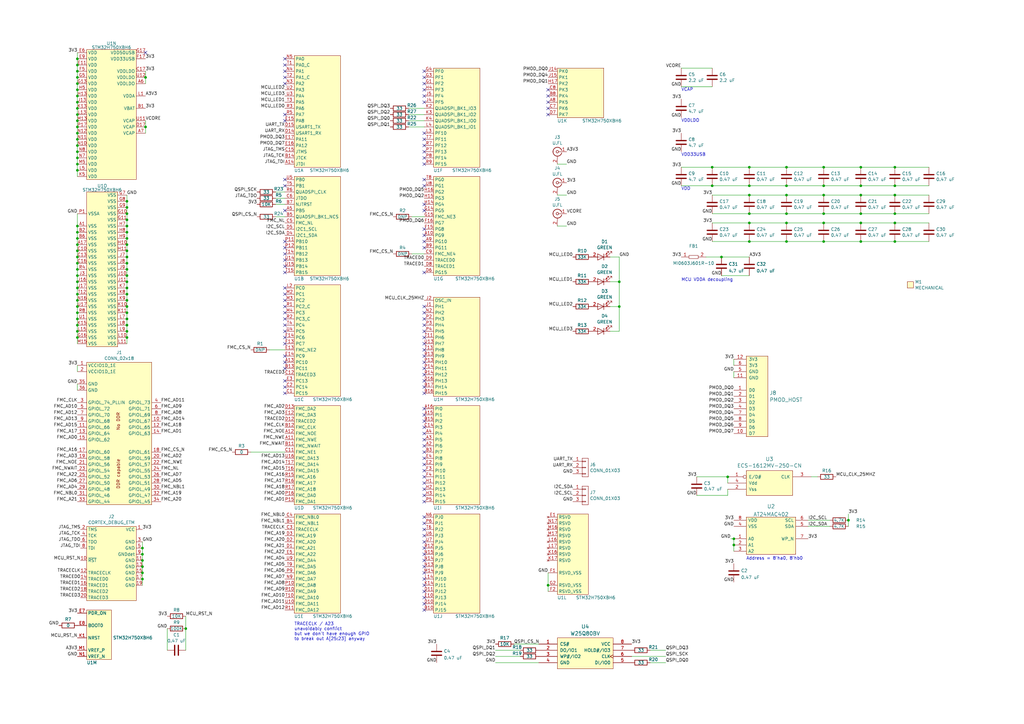
<source format=kicad_sch>
(kicad_sch (version 20231120) (generator "eeschema") (generator_version "8.0")
  (paper "A3")
  (junction (at 224.79 240.03))
  (junction (at 254 115.57))
  (junction (at 52.07 82.55))
  (junction (at 76.2 257.81))
  (junction (at 58.42 224.79))
  (junction (at 52.07 87.63))
  (junction (at 52.07 130.81))
  (junction (at 31.75 39.37))
  (junction (at 52.07 120.65))
  (junction (at 31.75 120.65))
  (junction (at 31.75 24.13))
  (junction (at 292.1 76.2))
  (junction (at 52.07 105.41))
  (junction (at 52.07 90.17))
  (junction (at 31.75 59.69))
  (junction (at 31.75 41.91))
  (junction (at 31.75 46.99))
  (junction (at 367.03 76.2))
  (junction (at 307.34 76.2))
  (junction (at 353.06 99.06))
  (junction (at 337.82 99.06))
  (junction (at 31.75 95.25))
  (junction (at 31.75 31.75))
  (junction (at 31.75 92.71))
  (junction (at 31.75 29.21))
  (junction (at 31.75 62.23))
  (junction (at 307.34 87.63))
  (junction (at 58.42 227.33))
  (junction (at 31.75 115.57))
  (junction (at 52.07 135.89))
  (junction (at 52.07 125.73))
  (junction (at 322.58 80.01))
  (junction (at 31.75 128.27))
  (junction (at 254 125.73))
  (junction (at 52.07 107.95))
  (junction (at 31.75 105.41))
  (junction (at 367.03 80.01))
  (junction (at 52.07 97.79))
  (junction (at 31.75 102.87))
  (junction (at 52.07 138.43))
  (junction (at 59.69 31.75))
  (junction (at 58.42 232.41))
  (junction (at 52.07 95.25))
  (junction (at 298.45 195.58))
  (junction (at 367.03 87.63))
  (junction (at 31.75 57.15))
  (junction (at 322.58 76.2))
  (junction (at 347.98 213.36))
  (junction (at 52.07 92.71))
  (junction (at 353.06 91.44))
  (junction (at 337.82 80.01))
  (junction (at 307.34 80.01))
  (junction (at 58.42 237.49))
  (junction (at 31.75 138.43))
  (junction (at 31.75 123.19))
  (junction (at 52.07 118.11))
  (junction (at 353.06 68.58))
  (junction (at 52.07 85.09))
  (junction (at 367.03 68.58))
  (junction (at 31.75 26.67))
  (junction (at 31.75 36.83))
  (junction (at 31.75 125.73))
  (junction (at 31.75 100.33))
  (junction (at 292.1 68.58))
  (junction (at 353.06 76.2))
  (junction (at 52.07 113.03))
  (junction (at 353.06 87.63))
  (junction (at 59.69 52.07))
  (junction (at 31.75 67.31))
  (junction (at 31.75 54.61))
  (junction (at 31.75 49.53))
  (junction (at 307.34 91.44))
  (junction (at 295.91 105.41))
  (junction (at 353.06 80.01))
  (junction (at 52.07 133.35))
  (junction (at 52.07 110.49))
  (junction (at 337.82 91.44))
  (junction (at 337.82 87.63))
  (junction (at 300.99 223.52))
  (junction (at 31.75 135.89))
  (junction (at 52.07 128.27))
  (junction (at 31.75 64.77))
  (junction (at 322.58 99.06))
  (junction (at 300.99 220.98))
  (junction (at 31.75 118.11))
  (junction (at 31.75 52.07))
  (junction (at 52.07 100.33))
  (junction (at 31.75 34.29))
  (junction (at 52.07 102.87))
  (junction (at 31.75 133.35))
  (junction (at 31.75 110.49))
  (junction (at 367.03 99.06))
  (junction (at 31.75 69.85))
  (junction (at 322.58 91.44))
  (junction (at 322.58 87.63))
  (junction (at 367.03 91.44))
  (junction (at 337.82 76.2))
  (junction (at 58.42 229.87))
  (junction (at 31.75 97.79))
  (junction (at 307.34 99.06))
  (junction (at 31.75 44.45))
  (junction (at 31.75 130.81))
  (junction (at 52.07 123.19))
  (junction (at 52.07 115.57))
  (junction (at 31.75 113.03))
  (junction (at 337.82 68.58))
  (junction (at 31.75 107.95))
  (junction (at 307.34 68.58))
  (junction (at 58.42 234.95))
  (junction (at 322.58 68.58))
  (no_connect (at 173.99 170.18))
  (no_connect (at 173.99 237.49))
  (no_connect (at 173.99 76.2))
  (no_connect (at 173.99 101.6))
  (no_connect (at 173.99 86.36))
  (no_connect (at 116.84 46.99))
  (no_connect (at 173.99 232.41))
  (no_connect (at 224.79 44.45))
  (no_connect (at 116.84 34.29))
  (no_connect (at 173.99 227.33))
  (no_connect (at 173.99 245.11))
  (no_connect (at 173.99 229.87))
  (no_connect (at 116.84 73.66))
  (no_connect (at 173.99 240.03))
  (no_connect (at 173.99 67.31))
  (no_connect (at 116.84 151.13))
  (no_connect (at 173.99 54.61))
  (no_connect (at 116.84 49.53))
  (no_connect (at 116.84 26.67))
  (no_connect (at 116.84 104.14))
  (no_connect (at 173.99 64.77))
  (no_connect (at 116.84 133.35))
  (no_connect (at 224.79 41.91))
  (no_connect (at 116.84 31.75))
  (no_connect (at 173.99 193.04))
  (no_connect (at 116.84 120.65))
  (no_connect (at 173.99 148.59))
  (no_connect (at 173.99 203.2))
  (no_connect (at 173.99 128.27))
  (no_connect (at 173.99 83.82))
  (no_connect (at 116.84 99.06))
  (no_connect (at 173.99 161.29))
  (no_connect (at 173.99 34.29))
  (no_connect (at 173.99 31.75))
  (no_connect (at 116.84 123.19))
  (no_connect (at 224.79 46.99))
  (no_connect (at 116.84 111.76))
  (no_connect (at 116.84 118.11))
  (no_connect (at 173.99 93.98))
  (no_connect (at 173.99 185.42))
  (no_connect (at 173.99 146.05))
  (no_connect (at 116.84 125.73))
  (no_connect (at 173.99 195.58))
  (no_connect (at 173.99 212.09))
  (no_connect (at 173.99 158.75))
  (no_connect (at 173.99 190.5))
  (no_connect (at 173.99 234.95))
  (no_connect (at 173.99 73.66))
  (no_connect (at 173.99 57.15))
  (no_connect (at 173.99 96.52))
  (no_connect (at 173.99 180.34))
  (no_connect (at 173.99 250.19))
  (no_connect (at 59.69 21.59))
  (no_connect (at 116.84 148.59))
  (no_connect (at 173.99 143.51))
  (no_connect (at 173.99 172.72))
  (no_connect (at 116.84 109.22))
  (no_connect (at 116.84 128.27))
  (no_connect (at 173.99 198.12))
  (no_connect (at 173.99 62.23))
  (no_connect (at 116.84 158.75))
  (no_connect (at 173.99 36.83))
  (no_connect (at 116.84 135.89))
  (no_connect (at 173.99 247.65))
  (no_connect (at 173.99 130.81))
  (no_connect (at 116.84 29.21))
  (no_connect (at 173.99 41.91))
  (no_connect (at 173.99 177.8))
  (no_connect (at 173.99 217.17))
  (no_connect (at 116.84 130.81))
  (no_connect (at 116.84 86.36))
  (no_connect (at 173.99 156.21))
  (no_connect (at 116.84 101.6))
  (no_connect (at 173.99 140.97))
  (no_connect (at 173.99 111.76))
  (no_connect (at 116.84 140.97))
  (no_connect (at 173.99 151.13))
  (no_connect (at 173.99 99.06))
  (no_connect (at 173.99 125.73))
  (no_connect (at 116.84 76.2))
  (no_connect (at 116.84 146.05))
  (no_connect (at 173.99 219.71))
  (no_connect (at 173.99 242.57))
  (no_connect (at 116.84 106.68))
  (no_connect (at 173.99 133.35))
  (no_connect (at 173.99 135.89))
  (no_connect (at 173.99 29.21))
  (no_connect (at 173.99 224.79))
  (no_connect (at 116.84 24.13))
  (no_connect (at 173.99 187.96))
  (no_connect (at 116.84 156.21))
  (no_connect (at 173.99 153.67))
  (no_connect (at 173.99 175.26))
  (no_connect (at 173.99 39.37))
  (no_connect (at 224.79 39.37))
  (no_connect (at 173.99 214.63))
  (no_connect (at 116.84 161.29))
  (no_connect (at 173.99 182.88))
  (no_connect (at 173.99 222.25))
  (no_connect (at 173.99 200.66))
  (no_connect (at 116.84 138.43))
  (no_connect (at 173.99 205.74))
  (no_connect (at 173.99 167.64))
  (no_connect (at 224.79 36.83))
  (no_connect (at 173.99 138.43))
  (no_connect (at 173.99 59.69))
  (wire (pts (xy 31.75 62.23) (xy 31.75 64.77)))
  (wire (pts (xy 31.75 31.75) (xy 31.75 34.29)))
  (wire (pts (xy 307.34 87.63) (xy 322.58 87.63)))
  (wire (pts (xy 52.07 118.11) (xy 52.07 120.65)))
  (wire (pts (xy 58.42 229.87) (xy 58.42 232.41)))
  (wire (pts (xy 167.64 46.99) (xy 173.99 46.99)))
  (wire (pts (xy 322.58 91.44) (xy 337.82 91.44)))
  (wire (pts (xy 353.06 76.2) (xy 367.03 76.2)))
  (wire (pts (xy 31.75 120.65) (xy 31.75 123.19)))
  (wire (pts (xy 322.58 80.01) (xy 337.82 80.01)))
  (wire (pts (xy 295.91 113.03) (xy 307.34 113.03)))
  (wire (pts (xy 228.6 80.01) (xy 232.41 80.01)))
  (wire (pts (xy 31.75 97.79) (xy 31.75 100.33)))
  (wire (pts (xy 279.4 27.94) (xy 292.1 27.94)))
  (wire (pts (xy 168.91 104.14) (xy 173.99 104.14)))
  (wire (pts (xy 31.75 115.57) (xy 31.75 118.11)))
  (wire (pts (xy 228.6 92.71) (xy 232.41 92.71)))
  (wire (pts (xy 367.03 76.2) (xy 381 76.2)))
  (wire (pts (xy 31.75 92.71) (xy 31.75 95.25)))
  (wire (pts (xy 298.45 203.2) (xy 298.45 200.66)))
  (wire (pts (xy 322.58 68.58) (xy 337.82 68.58)))
  (wire (pts (xy 31.75 21.59) (xy 31.75 24.13)))
  (wire (pts (xy 337.82 87.63) (xy 353.06 87.63)))
  (wire (pts (xy 52.07 100.33) (xy 52.07 102.87)))
  (wire (pts (xy 367.03 68.58) (xy 381 68.58)))
  (wire (pts (xy 113.03 83.82) (xy 116.84 83.82)))
  (wire (pts (xy 52.07 135.89) (xy 52.07 138.43)))
  (wire (pts (xy 210.82 264.16) (xy 220.98 264.16)))
  (wire (pts (xy 203.2 271.78) (xy 220.98 271.78)))
  (wire (pts (xy 228.6 67.31) (xy 232.41 67.31)))
  (wire (pts (xy 31.75 64.77) (xy 31.75 67.31)))
  (wire (pts (xy 31.75 133.35) (xy 31.75 135.89)))
  (wire (pts (xy 250.19 105.41) (xy 254 105.41)))
  (wire (pts (xy 52.07 123.19) (xy 52.07 125.73)))
  (wire (pts (xy 353.06 87.63) (xy 367.03 87.63)))
  (wire (pts (xy 298.45 195.58) (xy 298.45 198.12)))
  (wire (pts (xy 322.58 99.06) (xy 337.82 99.06)))
  (wire (pts (xy 337.82 80.01) (xy 353.06 80.01)))
  (wire (pts (xy 31.75 59.69) (xy 31.75 62.23)))
  (wire (pts (xy 58.42 234.95) (xy 58.42 237.49)))
  (wire (pts (xy 299.72 220.98) (xy 300.99 220.98)))
  (wire (pts (xy 52.07 85.09) (xy 52.07 87.63)))
  (wire (pts (xy 52.07 97.79) (xy 52.07 100.33)))
  (wire (pts (xy 337.82 68.58) (xy 353.06 68.58)))
  (wire (pts (xy 31.75 100.33) (xy 31.75 102.87)))
  (wire (pts (xy 59.69 49.53) (xy 59.69 52.07)))
  (wire (pts (xy 31.75 110.49) (xy 31.75 113.03)))
  (wire (pts (xy 335.28 195.58) (xy 332.74 195.58)))
  (wire (pts (xy 113.03 78.74) (xy 116.84 78.74)))
  (wire (pts (xy 52.07 87.63) (xy 52.07 90.17)))
  (wire (pts (xy 110.49 143.51) (xy 116.84 143.51)))
  (wire (pts (xy 52.07 128.27) (xy 52.07 130.81)))
  (wire (pts (xy 31.75 44.45) (xy 31.75 46.99)))
  (wire (pts (xy 31.75 95.25) (xy 31.75 97.79)))
  (wire (pts (xy 52.07 105.41) (xy 52.07 107.95)))
  (wire (pts (xy 68.58 257.81) (xy 68.58 266.7)))
  (wire (pts (xy 279.4 68.58) (xy 292.1 68.58)))
  (wire (pts (xy 58.42 227.33) (xy 58.42 229.87)))
  (wire (pts (xy 31.75 46.99) (xy 31.75 49.53)))
  (wire (pts (xy 52.07 110.49) (xy 52.07 113.03)))
  (wire (pts (xy 52.07 133.35) (xy 52.07 135.89)))
  (wire (pts (xy 52.07 125.73) (xy 52.07 128.27)))
  (wire (pts (xy 31.75 107.95) (xy 31.75 110.49)))
  (wire (pts (xy 31.75 24.13) (xy 31.75 26.67)))
  (wire (pts (xy 167.64 52.07) (xy 173.99 52.07)))
  (wire (pts (xy 167.64 49.53) (xy 173.99 49.53)))
  (wire (pts (xy 52.07 102.87) (xy 52.07 105.41)))
  (wire (pts (xy 367.03 91.44) (xy 381 91.44)))
  (wire (pts (xy 300.99 223.52) (xy 300.99 226.06)))
  (wire (pts (xy 331.47 215.9) (xy 340.36 215.9)))
  (wire (pts (xy 292.1 99.06) (xy 307.34 99.06)))
  (wire (pts (xy 292.1 91.44) (xy 307.34 91.44)))
  (wire (pts (xy 367.03 80.01) (xy 381 80.01)))
  (wire (pts (xy 52.07 95.25) (xy 52.07 97.79)))
  (wire (pts (xy 168.91 88.9) (xy 173.99 88.9)))
  (wire (pts (xy 279.4 35.56) (xy 292.1 35.56)))
  (wire (pts (xy 250.19 125.73) (xy 254 125.73)))
  (wire (pts (xy 300.99 220.98) (xy 300.99 223.52)))
  (wire (pts (xy 203.2 266.7) (xy 213.36 266.7)))
  (wire (pts (xy 353.06 99.06) (xy 367.03 99.06)))
  (wire (pts (xy 292.1 87.63) (xy 307.34 87.63)))
  (wire (pts (xy 31.75 135.89) (xy 31.75 138.43)))
  (wire (pts (xy 250.19 135.89) (xy 254 135.89)))
  (wire (pts (xy 266.7 266.7) (xy 273.05 266.7)))
  (wire (pts (xy 31.75 69.85) (xy 31.75 72.39)))
  (wire (pts (xy 347.98 213.36) (xy 347.98 215.9)))
  (wire (pts (xy 31.75 49.53) (xy 31.75 52.07)))
  (wire (pts (xy 367.03 87.63) (xy 381 87.63)))
  (wire (pts (xy 322.58 87.63) (xy 337.82 87.63)))
  (wire (pts (xy 52.07 82.55) (xy 52.07 85.09)))
  (wire (pts (xy 52.07 92.71) (xy 52.07 95.25)))
  (wire (pts (xy 307.34 99.06) (xy 322.58 99.06)))
  (wire (pts (xy 31.75 41.91) (xy 31.75 44.45)))
  (wire (pts (xy 102.87 185.42) (xy 116.84 185.42)))
  (wire (pts (xy 254 125.73) (xy 254 135.89)))
  (wire (pts (xy 31.75 118.11) (xy 31.75 120.65)))
  (wire (pts (xy 292.1 76.2) (xy 307.34 76.2)))
  (wire (pts (xy 113.03 88.9) (xy 116.84 88.9)))
  (wire (pts (xy 337.82 76.2) (xy 353.06 76.2)))
  (wire (pts (xy 203.2 269.24) (xy 213.36 269.24)))
  (wire (pts (xy 367.03 99.06) (xy 381 99.06)))
  (wire (pts (xy 31.75 138.43) (xy 31.75 140.97)))
  (wire (pts (xy 353.06 68.58) (xy 367.03 68.58)))
  (wire (pts (xy 307.34 68.58) (xy 322.58 68.58)))
  (wire (pts (xy 31.75 125.73) (xy 31.75 128.27)))
  (wire (pts (xy 224.79 240.03) (xy 224.79 242.57)))
  (wire (pts (xy 224.79 234.95) (xy 224.79 240.03)))
  (wire (pts (xy 279.4 76.2) (xy 292.1 76.2)))
  (wire (pts (xy 300.99 152.4) (xy 300.99 154.94)))
  (wire (pts (xy 337.82 91.44) (xy 353.06 91.44)))
  (wire (pts (xy 307.34 91.44) (xy 322.58 91.44)))
  (wire (pts (xy 52.07 113.03) (xy 52.07 115.57)))
  (wire (pts (xy 300.99 147.32) (xy 300.99 149.86)))
  (wire (pts (xy 353.06 80.01) (xy 367.03 80.01)))
  (wire (pts (xy 307.34 76.2) (xy 322.58 76.2)))
  (wire (pts (xy 31.75 105.41) (xy 31.75 107.95)))
  (wire (pts (xy 31.75 130.81) (xy 31.75 133.35)))
  (wire (pts (xy 254 105.41) (xy 254 115.57)))
  (wire (pts (xy 31.75 67.31) (xy 31.75 69.85)))
  (wire (pts (xy 31.75 57.15) (xy 31.75 59.69)))
  (wire (pts (xy 31.75 54.61) (xy 31.75 57.15)))
  (wire (pts (xy 31.75 157.48) (xy 31.75 160.02)))
  (wire (pts (xy 254 115.57) (xy 254 125.73)))
  (wire (pts (xy 285.75 203.2) (xy 298.45 203.2)))
  (wire (pts (xy 31.75 123.19) (xy 31.75 125.73)))
  (wire (pts (xy 292.1 80.01) (xy 307.34 80.01)))
  (wire (pts (xy 31.75 39.37) (xy 31.75 41.91)))
  (wire (pts (xy 285.75 195.58) (xy 298.45 195.58)))
  (wire (pts (xy 58.42 222.25) (xy 58.42 224.79)))
  (wire (pts (xy 52.07 107.95) (xy 52.07 110.49)))
  (wire (pts (xy 337.82 99.06) (xy 353.06 99.06)))
  (wire (pts (xy 113.03 81.28) (xy 116.84 81.28)))
  (wire (pts (xy 31.75 52.07) (xy 31.75 54.61)))
  (wire (pts (xy 31.75 128.27) (xy 31.75 130.81)))
  (wire (pts (xy 58.42 224.79) (xy 58.42 227.33)))
  (wire (pts (xy 58.42 237.49) (xy 58.42 240.03)))
  (wire (pts (xy 295.91 105.41) (xy 307.34 105.41)))
  (wire (pts (xy 167.64 44.45) (xy 173.99 44.45)))
  (wire (pts (xy 52.07 138.43) (xy 52.07 140.97)))
  (wire (pts (xy 292.1 68.58) (xy 307.34 68.58)))
  (wire (pts (xy 31.75 102.87) (xy 31.75 105.41)))
  (wire (pts (xy 31.75 36.83) (xy 31.75 39.37)))
  (wire (pts (xy 31.75 34.29) (xy 31.75 36.83)))
  (wire (pts (xy 347.98 210.82) (xy 347.98 213.36)))
  (wire (pts (xy 31.75 87.63) (xy 31.75 92.71)))
  (wire (pts (xy 76.2 252.73) (xy 76.2 257.81)))
  (wire (pts (xy 353.06 91.44) (xy 367.03 91.44)))
  (wire (pts (xy 59.69 31.75) (xy 59.69 34.29)))
  (wire (pts (xy 259.08 269.24) (xy 273.05 269.24)))
  (wire (pts (xy 52.07 120.65) (xy 52.07 123.19)))
  (wire (pts (xy 52.07 130.81) (xy 52.07 133.35)))
  (wire (pts (xy 266.7 271.78) (xy 273.05 271.78)))
  (wire (pts (xy 307.34 80.01) (xy 322.58 80.01)))
  (wire (pts (xy 58.42 232.41) (xy 58.42 234.95)))
  (wire (pts (xy 52.07 80.01) (xy 52.07 82.55)))
  (wire (pts (xy 31.75 113.03) (xy 31.75 115.57)))
  (wire (pts (xy 31.75 26.67) (xy 31.75 29.21)))
  (wire (pts (xy 289.56 105.41) (xy 295.91 105.41)))
  (wire (pts (xy 31.75 149.86) (xy 31.75 152.4)))
  (wire (pts (xy 59.69 29.21) (xy 59.69 31.75)))
  (wire (pts (xy 250.19 115.57) (xy 254 115.57)))
  (wire (pts (xy 59.69 52.07) (xy 59.69 54.61)))
  (wire (pts (xy 31.75 29.21) (xy 31.75 31.75)))
  (wire (pts (xy 76.2 257.81) (xy 76.2 266.7)))
  (wire (pts (xy 322.58 76.2) (xy 337.82 76.2)))
  (wire (pts (xy 52.07 90.17) (xy 52.07 92.71)))
  (wire (pts (xy 331.47 213.36) (xy 340.36 213.36)))
  (wire (pts (xy 52.07 115.57) (xy 52.07 118.11)))
  (text "Address = 8'ha0, 8'hb0" (at 306.07 229.87 0) (effects (font (size 1.27 1.27)) (justify left bottom)))
  (text "TRACECLK / A23\nunavoidably conflict\nbut we don't have enough GPIO\nto break out A[25:23] anyway" (at 120.65 259.08 0) (effects (font (size 1.27 1.27)) (justify left)))
  (text "VDD33USB" (at 279.4 63.5 0) (effects (font (size 1.27 1.27)) (justify left)))
  (text "MCU VDDA decoupling" (at 279.4 115.57 0) (effects (font (size 1.27 1.27)) (justify left bottom)))
  (text "VDDLDO" (at 279.4 49.53 0) (effects (font (size 1.27 1.27)) (justify left)))
  (text "VCAP" (at 279.4 36.83 0) (effects (font (size 1.27 1.27)) (justify left)))
  (text "VDD" (at 279.4 77.47 0) (effects (font (size 1.27 1.27)) (justify left)))
  (label "GND" (at 300.99 152.4 180))
  (label "GND" (at 31.75 269.24 180))
  (label "FMC_AD8" (at 66.04 170.18 0))
  (label "MCU_CLK_25MHZ" (at 173.99 123.19 180))
  (label "VCORE" (at 59.69 49.53 0))
  (label "QSPI_DQ1" (at 203.2 266.7 180))
  (label "FMC_AD3" (at 31.75 187.96 180))
  (label "A3V3" (at 307.34 105.41 0))
  (label "PMOD_DQ3" (at 116.84 57.15 180))
  (label "GND" (at 24.13 256.54 180))
  (label "GND" (at 31.75 87.63 180))
  (label "A3V3" (at 59.69 39.37 0))
  (label "3V3" (at 331.47 220.98 0))
  (label "GND" (at 279.4 35.56 180))
  (label "FMC_AD12" (at 116.84 250.19 180))
  (label "3V3" (at 68.58 252.73 180))
  (label "FMC_NWE" (at 116.84 180.34 180))
  (label "3V3" (at 58.42 217.17 0))
  (label "MCU_LED1" (at 116.84 41.91 180))
  (label "FMC_NBL1" (at 116.84 214.63 180))
  (label "3V3" (at 300.99 213.36 180))
  (label "FMC_NBL0" (at 116.84 212.09 180))
  (label "FMC_A18" (at 116.84 200.66 180))
  (label "JTAG_TMS" (at 116.84 62.23 180))
  (label "FMC_AD14" (at 116.84 190.5 180))
  (label "GND" (at 292.1 87.63 180))
  (label "3V3" (at 347.98 210.82 0))
  (label "MCU_LED0" (at 116.84 44.45 180))
  (label "FMC_AD8" (at 116.84 240.03 180))
  (label "QSPI_SCK" (at 273.05 269.24 0))
  (label "GND" (at 52.07 80.01 0))
  (label "PMOD_DQ1" (at 300.99 162.56 180))
  (label "FMC_AD0" (at 31.75 180.34 180))
  (label "MCU_LED3" (at 116.84 39.37 180))
  (label "FMC_AD15" (at 116.84 193.04 180))
  (label "FMC_A20" (at 116.84 222.25 180))
  (label "FMC_CS_N" (at 95.25 185.42 180))
  (label "FMC_A22" (at 116.84 227.33 180))
  (label "PMOD_DQ1" (at 224.79 34.29 180))
  (label "FMC_A19" (at 66.04 203.2 0))
  (label "PMOD_DQ4" (at 224.79 31.75 180))
  (label "JTAG_TDO" (at 33.02 222.25 180))
  (label "FMC_AD6" (at 31.75 198.12 180))
  (label "TRACED3" (at 116.84 153.67 180))
  (label "TRACECLK" (at 33.02 234.95 180))
  (label "3V3" (at 292.1 80.01 180))
  (label "GND" (at 232.41 92.71 0))
  (label "3V3" (at 31.75 149.86 180))
  (label "FMC_AD9" (at 116.84 242.57 180))
  (label "A3V3" (at 232.41 62.23 0))
  (label "3V3" (at 232.41 74.93 0))
  (label "GND" (at 31.75 157.48 180))
  (label "GND" (at 232.41 80.01 0))
  (label "FMC_CS_N" (at 102.87 143.51 180))
  (label "FMC_CS_N" (at 161.29 104.14 180))
  (label "QSPI_DQ3" (at 160.02 44.45 180))
  (label "FMC_CLK" (at 116.84 175.26 180))
  (label "MCU_LED1" (at 234.95 115.57 180))
  (label "GND" (at 68.58 257.81 180))
  (label "FMC_AD1" (at 66.04 177.8 0))
  (label "UART_RX" (at 116.84 54.61 180))
  (label "3V3" (at 59.69 44.45 0))
  (label "QSPI_DQ1" (at 160.02 52.07 180))
  (label "FMC_AD7" (at 66.04 195.58 0))
  (label "FMC_AD2" (at 116.84 167.64 180))
  (label "PMOD_DQ3" (at 300.99 167.64 180))
  (label "FMC_NL" (at 116.84 91.44 180))
  (label "3V3" (at 105.41 83.82 180))
  (label "FMC_AD11" (at 66.04 165.1 0))
  (label "TRACED0" (at 173.99 106.68 180))
  (label "VCORE" (at 279.4 27.94 180))
  (label "I2C_SCL" (at 116.84 93.98 180))
  (label "FMC_A22" (at 31.75 195.58 180))
  (label "FMC_AD14" (at 66.04 172.72 0))
  (label "FMC_AD0" (at 116.84 203.2 180))
  (label "GND" (at 295.91 113.03 180))
  (label "FMC_AD4" (at 31.75 200.66 180))
  (label "3V3" (at 279.4 54.61 180))
  (label "JTAG_TDO" (at 105.41 81.28 180))
  (label "I2C_SDA" (at 116.84 96.52 180))
  (label "JTAG_TMS" (at 33.02 217.17 180))
  (label "3V3" (at 279.4 105.41 180))
  (label "FMC_NWE" (at 66.04 190.5 0))
  (label "FMC_NBL0" (at 31.75 203.2 180))
  (label "GND" (at 285.75 203.2 180))
  (label "VCORE" (at 232.41 87.63 0))
  (label "MCU_LED0" (at 234.95 105.41 180))
  (label "TRACED0" (at 33.02 237.49 180))
  (label "I2C_SCL" (at 331.47 213.36 0))
  (label "FMC_A20" (at 66.04 205.74 0))
  (label "TRACED2" (at 116.84 172.72 180))
  (label "GND" (at 300.99 215.9 180))
  (label "3V3" (at 179.07 264.16 180))
  (label "UART_TX" (at 116.84 52.07 180))
  (label "PMOD_DQ7" (at 300.99 177.8 180))
  (label "I2C_SDA" (at 331.47 215.9 0))
  (label "FMC_AD10" (at 31.75 167.64 180))
  (label "FMC_AD13" (at 116.84 187.96 180))
  (label "QSPI_DQ2" (at 203.2 269.24 180))
  (label "QSPI_DQ3" (at 273.05 266.7 0))
  (label "TRACED1" (at 173.99 109.22 180))
  (label "QSPI_CS_N" (at 105.41 88.9 180))
  (label "FMC_A21" (at 31.75 205.74 180))
  (label "3V3" (at 203.2 264.16 180))
  (label "MCU_RST_N" (at 31.75 261.62 180))
  (label "GND" (at 232.41 67.31 0))
  (label "JTAG_TCK" (at 116.84 64.77 180))
  (label "TRACECLK" (at 116.84 217.17 180))
  (label "GND" (at 179.07 271.78 180))
  (label "JTAG_TDI" (at 33.02 224.79 180))
  (label "FMC_AD9" (at 66.04 167.64 0))
  (label "FMC_AD10" (at 116.84 245.11 180))
  (label "UART_TX" (at 234.95 189.23 180))
  (label "FMC_NOE" (at 31.75 190.5 180))
  (label "FMC_A17" (at 116.84 198.12 180))
  (label "PMOD_DQ4" (at 300.99 170.18 180))
  (label "MCU_CLK_25MHZ" (at 342.9 195.58 0))
  (label "3V3" (at 31.75 21.59 180))
  (label "FMC_AD5" (at 116.84 232.41 180))
  (label "PMOD_DQ0" (at 300.99 160.02 180))
  (label "PMOD_DQ0" (at 224.79 29.21 180))
  (label "FMC_CS_N" (at 66.04 185.42 0))
  (label "PMOD_DQ6" (at 173.99 91.44 180))
  (label "UART_RX" (at 234.95 191.77 180))
  (label "3V3" (at 259.08 264.16 0))
  (label "MCU_RST_N" (at 33.02 229.87 180))
  (label "FMC_NOE" (at 116.84 177.8 180))
  (label "3V3" (at 300.99 231.14 180))
  (label "FMC_AD5" (at 66.04 198.12 0))
  (label "FMC_CS_N" (at 161.29 88.9 180))
  (label "JTAG_TDI" (at 116.84 67.31 180))
  (label "3V3" (at 300.99 147.32 180))
  (label "FMC_CLK" (at 31.75 165.1 180))
  (label "QSPI_CS_N" (at 210.82 264.16 0))
  (label "PMOD_DQ7" (at 116.84 59.69 180))
  (label "MCU_LED3" (at 234.95 135.89 180))
  (label "I2C_SCL" (at 234.95 203.2 180))
  (label "FMC_AD2" (at 66.04 187.96 0))
  (label "FMC_A17" (at 31.75 177.8 180))
  (label "QSPI_DQ2" (at 160.02 46.99 180))
  (label "GND" (at 254 105.41 0))
  (label "I2C_SDA" (at 234.95 200.66 180))
  (label "MCU_LED2" (at 234.95 125.73 180))
  (label "TRACED2" (at 33.02 242.57 180))
  (label "GND" (at 234.95 205.74 180))
  (label "3V3" (at 285.75 195.58 180))
  (label "FMC_A18" (at 66.04 175.26 0))
  (label "FMC_NWAIT" (at 31.75 193.04 180))
  (label "FMC_AD3" (at 116.84 170.18 180))
  (label "MCU_RST_N" (at 76.2 252.73 0))
  (label "QSPI_DQ0" (at 273.05 271.78 0))
  (label "FMC_A21" (at 116.84 224.79 180))
  (label "GND" (at 279.4 76.2 180))
  (label "FMC_A16" (at 31.75 185.42 180))
  (label "GND" (at 234.95 194.31 180))
  (label "QSPI_DQ0" (at 160.02 49.53 180))
  (label "3V3" (at 59.69 24.13 0))
  (label "FMC_AD7" (at 116.84 237.49 180))
  (label "GND" (at 224.79 234.95 180))
  (label "GND" (at 300.99 238.76 180))
  (label "FMC_NBL1" (at 66.04 200.66 0))
  (label "FMC_AD6" (at 116.84 234.95 180))
  (label "FMC_A19" (at 116.84 219.71 180))
  (label "3V3" (at 292.1 91.44 180))
  (label "GND" (at 203.2 271.78 180))
  (label "PMOD_DQ5" (at 300.99 172.72 180))
  (label "FMC_AD4" (at 116.84 229.87 180))
  (label "GND" (at 279.4 62.23 180))
  (label "A3V3" (at 31.75 266.7 180))
  (label "FMC_AD1" (at 116.84 205.74 180))
  (label "3V3" (at 279.4 68.58 180))
  (label "GND" (at 58.42 222.25 0))
  (label "MCU_LED2" (at 116.84 36.83 180))
  (label "GND" (at 279.4 48.26 180))
  (label "TRACED3" (at 33.02 245.11 180))
  (label "FMC_NL" (at 66.04 193.04 0))
  (label "FMC_AD11" (at 116.84 247.65 180))
  (label "GND" (at 292.1 99.06 180))
  (label "QSPI_SCK" (at 105.41 78.74 180))
  (label "PMOD_DQ2" (at 173.99 81.28 180))
  (label "JTAG_TCK" (at 33.02 219.71 180))
  (label "FMC_AD15" (at 31.75 175.26 180))
  (label "FMC_A16" (at 116.84 195.58 180))
  (label "PMOD_DQ6" (at 300.99 175.26 180))
  (label "3V3" (at 279.4 40.64 180))
  (label "PMOD_DQ2" (at 300.99 165.1 180))
  (label "3V3" (at 31.75 251.46 180))
  (label "PMOD_DQ5" (at 173.99 78.74 180))
  (label "FMC_AD12" (at 31.75 170.18 180))
  (label "3V3" (at 59.69 29.21 0))
  (label "FMC_NWAIT" (at 116.84 182.88 180))
  (label "TRACED1" (at 33.02 240.03 180))
  (label "GND" (at 299.72 220.98 180))
  (label "FMC_AD13" (at 31.75 172.72 180))
  (symbol (lib_id "device:R") (at 238.76 115.57 90) (unit 1)
    (property "Reference" "R11" (at 238.76 113.03 90))
    (property "Value" "33K" (at 238.76 115.57 90))
    (property "Footprint" "azonenberg_pcb:EIA_0402_RES_NOSILK" (effects (hide yes)))
    (property "Description" "Resistor" (effects (hide yes)))
  )
  (symbol (lib_id "st-azonenberg:STM32H750-753-TFBGA240") (at 177.8 68.58 0) (unit 6)
    (property "Reference" "U1" (at 177.8 69.85 0) (effects (justify left)))
    (property "Value" "STM32H750XBH6" (at 185.42 69.85 0) (effects (justify left)))
    (property "Footprint" "azonenberg_pcb:BGA_265_14x14_DEPOP_0.8MM" (effects (hide yes)))
    (pin "T9" (alternate "FMC_DA5"))
    (pin "P16" (alternate "FMC_DA0"))
    (pin "R17" (alternate "FMC_A18"))
    (pin "D2" (alternate "FMC_A20"))
    (pin "K4" (alternate "QUADSPI_BK1_IO0"))
    (pin "R15" (alternate "FMC_A16"))
    (pin "P15" (alternate "FMC_DA1"))
    (pin "D9" (alternate "TRACED0"))
    (pin "D13" (alternate "FMC_DA2"))
    (pin "K2" (alternate "QUADSPI_BK1_IO3"))
    (pin "C3" (alternate "TRACECLK"))
    (pin "P10" (alternate "FMC_DA8"))
    (pin "G15" (alternate "FMC_NE3"))
    (pin "C12" (alternate "TRACED3"))
    (pin "A14" (alternate "JTDI"))
    (pin "T16" (alternate "FMC_DA15"))
    (pin "A12" (alternate "FMC_NOE"))
    (pin "E13" (alternate "FMC_NE2"))
    (pin "E5" (alternate "FMC_A22"))
    (pin "C11" (alternate "FMC_NE1"))
    (pin "R16" (alternate "FMC_A17"))
    (pin "D5" (alternate "I2C1_SCL"))
    (pin "P9" (alternate "FMC_DA6"))
    (pin "C9" (alternate "FMC_NE4"))
    (pin "J2" (alternate "OSC_IN"))
    (pin "D12" (alternate "TRACED2"))
    (pin "A11" (alternate "FMC_NWE"))
    (pin "B12" (alternate "FMC_CLK"))
    (pin "R11" (alternate "FMC_DA12"))
    (pin "N9" (alternate "FMC_DA7"))
    (pin "D3" (alternate "FMC_A19"))
    (pin "L4" (alternate "QUADSPI_BK1_IO1"))
    (pin "U10" (alternate "FMC_DA11"))
    (pin "R10" (alternate "FMC_DA9"))
    (pin "C15" (alternate "JTMS"))
    (pin "U16" (alternate "FMC_DA13"))
    (pin "R6" (alternate "QUADSPI_CLK"))
    (pin "U9" (alternate "FMC_DA4"))
    (pin "T17" (alternate "FMC_DA14"))
    (pin "D14" (alternate "USART1_RX"))
    (pin "D4" (alternate "I2C1_SDA"))
    (pin "D15" (alternate "USART1_TX"))
    (pin "B7" (alternate "NJTRST"))
    (pin "C4" (alternate "FMC_NBL0"))
    (pin "T10" (alternate "FMC_DA10"))
    (pin "K3" (alternate "QUADSPI_BK1_IO2"))
    (pin "C5" (alternate "FMC_NL"))
    (pin "E12" (alternate "FMC_DA3"))
    (pin "D1" (alternate "FMC_A21"))
    (pin "B5" (alternate "QUADSPI_BK1_NCS"))
    (pin "B14" (alternate "JTCK"))
    (pin "B4" (alternate "FMC_NBL1"))
    (pin "C6" (alternate "JTDO"))
    (pin "D8" (alternate "TRACED1"))
    (pin "B11" (alternate "FMC_NWAIT"))
  )
  (symbol (lib_id "st-azonenberg:STM32H750-753-TFBGA240") (at 35.56 270.51 0) (unit 13)
    (property "Reference" "U1" (at 35.56 271.78 0) (effects (justify left)))
    (property "Value" "STM32H750XBH6" (at 46.355 261.5622 0) (effects (justify left)))
    (property "Footprint" "azonenberg_pcb:BGA_265_14x14_DEPOP_0.8MM" (effects (hide yes)))
    (pin "T9" (alternate "FMC_DA5"))
    (pin "P16" (alternate "FMC_DA0"))
    (pin "R17" (alternate "FMC_A18"))
    (pin "D2" (alternate "FMC_A20"))
    (pin "K4" (alternate "QUADSPI_BK1_IO0"))
    (pin "R15" (alternate "FMC_A16"))
    (pin "P15" (alternate "FMC_DA1"))
    (pin "D9" (alternate "TRACED0"))
    (pin "D13" (alternate "FMC_DA2"))
    (pin "K2" (alternate "QUADSPI_BK1_IO3"))
    (pin "C3" (alternate "TRACECLK"))
    (pin "P10" (alternate "FMC_DA8"))
    (pin "G15" (alternate "FMC_NE3"))
    (pin "C12" (alternate "TRACED3"))
    (pin "A14" (alternate "JTDI"))
    (pin "T16" (alternate "FMC_DA15"))
    (pin "A12" (alternate "FMC_NOE"))
    (pin "E13" (alternate "FMC_NE2"))
    (pin "E5" (alternate "FMC_A22"))
    (pin "C11" (alternate "FMC_NE1"))
    (pin "R16" (alternate "FMC_A17"))
    (pin "D5" (alternate "I2C1_SCL"))
    (pin "P9" (alternate "FMC_DA6"))
    (pin "C9" (alternate "FMC_NE4"))
    (pin "J2" (alternate "OSC_IN"))
    (pin "D12" (alternate "TRACED2"))
    (pin "A11" (alternate "FMC_NWE"))
    (pin "B12" (alternate "FMC_CLK"))
    (pin "R11" (alternate "FMC_DA12"))
    (pin "N9" (alternate "FMC_DA7"))
    (pin "D3" (alternate "FMC_A19"))
    (pin "L4" (alternate "QUADSPI_BK1_IO1"))
    (pin "U10" (alternate "FMC_DA11"))
    (pin "R10" (alternate "FMC_DA9"))
    (pin "C15" (alternate "JTMS"))
    (pin "U16" (alternate "FMC_DA13"))
    (pin "R6" (alternate "QUADSPI_CLK"))
    (pin "U9" (alternate "FMC_DA4"))
    (pin "T17" (alternate "FMC_DA14"))
    (pin "D14" (alternate "USART1_RX"))
    (pin "D4" (alternate "I2C1_SDA"))
    (pin "D15" (alternate "USART1_TX"))
    (pin "B7" (alternate "NJTRST"))
    (pin "C4" (alternate "FMC_NBL0"))
    (pin "T10" (alternate "FMC_DA10"))
    (pin "K3" (alternate "QUADSPI_BK1_IO2"))
    (pin "C5" (alternate "FMC_NL"))
    (pin "E12" (alternate "FMC_DA3"))
    (pin "D1" (alternate "FMC_A21"))
    (pin "B5" (alternate "QUADSPI_BK1_NCS"))
    (pin "B14" (alternate "JTCK"))
    (pin "B4" (alternate "FMC_NBL1"))
    (pin "C6" (alternate "JTDO"))
    (pin "D8" (alternate "TRACED1"))
    (pin "B11" (alternate "FMC_NWAIT"))
  )
  (symbol (lib_id "device:R") (at 109.22 81.28 90) (unit 1)
    (property "Reference" "R5" (at 114.3 80.01 90))
    (property "Value" "33" (at 109.22 81.28 90))
    (property "Footprint" "azonenberg_pcb:EIA_0402_RES_NOSILK" (effects (hide yes)))
    (property "Description" "Resistor" (effects (hide yes)))
  )
  (symbol (lib_id "device:R") (at 238.76 135.89 90) (unit 1)
    (property "Reference" "R13" (at 238.76 133.35 90))
    (property "Value" "33K" (at 238.76 135.89 90))
    (property "Footprint" "azonenberg_pcb:EIA_0402_RES_NOSILK" (effects (hide yes)))
    (property "Description" "Resistor" (effects (hide yes)))
  )
  (symbol (lib_id "device:R") (at 217.17 266.7 270) (mirror x) (unit 1)
    (property "Reference" "R18" (at 212.09 265.43 90))
    (property "Value" "33" (at 217.17 266.7 90))
    (property "Footprint" "azonenberg_pcb:EIA_0402_RES_NOSILK" (effects (hide yes)))
    (property "Description" "Resistor" (effects (hide yes)))
  )
  (symbol (lib_id "st-azonenberg:STM32H750-753-TFBGA240") (at 120.65 251.46 0) (unit 5)
    (property "Reference" "U1" (at 120.65 252.73 0) (effects (justify left)))
    (property "Value" "STM32H750XBH6" (at 128.27 252.73 0) (effects (justify left)))
    (property "Footprint" "azonenberg_pcb:BGA_265_14x14_DEPOP_0.8MM" (effects (hide yes)))
    (pin "T9" (alternate "FMC_DA5"))
    (pin "P16" (alternate "FMC_DA0"))
    (pin "R17" (alternate "FMC_A18"))
    (pin "D2" (alternate "FMC_A20"))
    (pin "K4" (alternate "QUADSPI_BK1_IO0"))
    (pin "R15" (alternate "FMC_A16"))
    (pin "P15" (alternate "FMC_DA1"))
    (pin "D9" (alternate "TRACED0"))
    (pin "D13" (alternate "FMC_DA2"))
    (pin "K2" (alternate "QUADSPI_BK1_IO3"))
    (pin "C3" (alternate "TRACECLK"))
    (pin "P10" (alternate "FMC_DA8"))
    (pin "G15" (alternate "FMC_NE3"))
    (pin "C12" (alternate "TRACED3"))
    (pin "A14" (alternate "JTDI"))
    (pin "T16" (alternate "FMC_DA15"))
    (pin "A12" (alternate "FMC_NOE"))
    (pin "E13" (alternate "FMC_NE2"))
    (pin "E5" (alternate "FMC_A22"))
    (pin "C11" (alternate "FMC_NE1"))
    (pin "R16" (alternate "FMC_A17"))
    (pin "D5" (alternate "I2C1_SCL"))
    (pin "P9" (alternate "FMC_DA6"))
    (pin "C9" (alternate "FMC_NE4"))
    (pin "J2" (alternate "OSC_IN"))
    (pin "D12" (alternate "TRACED2"))
    (pin "A11" (alternate "FMC_NWE"))
    (pin "B12" (alternate "FMC_CLK"))
    (pin "R11" (alternate "FMC_DA12"))
    (pin "N9" (alternate "FMC_DA7"))
    (pin "D3" (alternate "FMC_A19"))
    (pin "L4" (alternate "QUADSPI_BK1_IO1"))
    (pin "U10" (alternate "FMC_DA11"))
    (pin "R10" (alternate "FMC_DA9"))
    (pin "C15" (alternate "JTMS"))
    (pin "U16" (alternate "FMC_DA13"))
    (pin "R6" (alternate "QUADSPI_CLK"))
    (pin "U9" (alternate "FMC_DA4"))
    (pin "T17" (alternate "FMC_DA14"))
    (pin "D14" (alternate "USART1_RX"))
    (pin "D4" (alternate "I2C1_SDA"))
    (pin "D15" (alternate "USART1_TX"))
    (pin "B7" (alternate "NJTRST"))
    (pin "C4" (alternate "FMC_NBL0"))
    (pin "T10" (alternate "FMC_DA10"))
    (pin "K3" (alternate "QUADSPI_BK1_IO2"))
    (pin "C5" (alternate "FMC_NL"))
    (pin "E12" (alternate "FMC_DA3"))
    (pin "D1" (alternate "FMC_A21"))
    (pin "B5" (alternate "QUADSPI_BK1_NCS"))
    (pin "B14" (alternate "JTCK"))
    (pin "B4" (alternate "FMC_NBL1"))
    (pin "C6" (alternate "JTDO"))
    (pin "D8" (alternate "TRACED1"))
    (pin "B11" (alternate "FMC_NWAIT"))
  )
  (symbol (lib_id "conn:CONN_01X03") (at 240.03 191.77 0) (unit 1)
    (property "Reference" "J6" (at 241.935 190.5578 0) (effects (justify left)))
    (property "Value" "CONN_01X03" (at 241.935 192.9821 0) (effects (justify left)))
    (property "Footprint" "azonenberg_pcb:CONN_HEADER_2.54MM_1x3_REFLOW" (effects (hide yes)))
    (property "Description" "Connector, single row, 01x03, pin header" (effects (hide yes)))
  )
  (symbol (lib_id "device:R") (at 109.22 78.74 90) (unit 1)
    (property "Reference" "R23" (at 114.3 77.47 90))
    (property "Value" "33" (at 109.22 78.74 90))
    (property "Footprint" "azonenberg_pcb:EIA_0402_RES_NOSILK" (effects (hide yes)))
    (property "Description" "Resistor" (effects (hide yes)))
  )
  (symbol (lib_id "st-azonenberg:STM32H750-753-TFBGA240") (at 35.56 142.24 0) (unit 15)
    (property "Reference" "U1" (at 41.91 76.2085 0))
    (property "Value" "STM32H750XBH6" (at 41.91 77.8899 0))
    (property "Footprint" "azonenberg_pcb:BGA_265_14x14_DEPOP_0.8MM" (effects (hide yes)))
    (pin "T9" (alternate "FMC_DA5"))
    (pin "P16" (alternate "FMC_DA0"))
    (pin "R17" (alternate "FMC_A18"))
    (pin "D2" (alternate "FMC_A20"))
    (pin "K4" (alternate "QUADSPI_BK1_IO0"))
    (pin "R15" (alternate "FMC_A16"))
    (pin "P15" (alternate "FMC_DA1"))
    (pin "D9" (alternate "TRACED0"))
    (pin "D13" (alternate "FMC_DA2"))
    (pin "K2" (alternate "QUADSPI_BK1_IO3"))
    (pin "C3" (alternate "TRACECLK"))
    (pin "P10" (alternate "FMC_DA8"))
    (pin "G15" (alternate "FMC_NE3"))
    (pin "C12" (alternate "TRACED3"))
    (pin "A14" (alternate "JTDI"))
    (pin "T16" (alternate "FMC_DA15"))
    (pin "A12" (alternate "FMC_NOE"))
    (pin "E13" (alternate "FMC_NE2"))
    (pin "E5" (alternate "FMC_A22"))
    (pin "C11" (alternate "FMC_NE1"))
    (pin "R16" (alternate "FMC_A17"))
    (pin "D5" (alternate "I2C1_SCL"))
    (pin "P9" (alternate "FMC_DA6"))
    (pin "C9" (alternate "FMC_NE4"))
    (pin "J2" (alternate "OSC_IN"))
    (pin "D12" (alternate "TRACED2"))
    (pin "A11" (alternate "FMC_NWE"))
    (pin "B12" (alternate "FMC_CLK"))
    (pin "R11" (alternate "FMC_DA12"))
    (pin "N9" (alternate "FMC_DA7"))
    (pin "D3" (alternate "FMC_A19"))
    (pin "L4" (alternate "QUADSPI_BK1_IO1"))
    (pin "U10" (alternate "FMC_DA11"))
    (pin "R10" (alternate "FMC_DA9"))
    (pin "C15" (alternate "JTMS"))
    (pin "U16" (alternate "FMC_DA13"))
    (pin "R6" (alternate "QUADSPI_CLK"))
    (pin "U9" (alternate "FMC_DA4"))
    (pin "T17" (alternate "FMC_DA14"))
    (pin "D14" (alternate "USART1_RX"))
    (pin "D4" (alternate "I2C1_SDA"))
    (pin "D15" (alternate "USART1_TX"))
    (pin "B7" (alternate "NJTRST"))
    (pin "C4" (alternate "FMC_NBL0"))
    (pin "T10" (alternate "FMC_DA10"))
    (pin "K3" (alternate "QUADSPI_BK1_IO2"))
    (pin "C5" (alternate "FMC_NL"))
    (pin "E12" (alternate "FMC_DA3"))
    (pin "D1" (alternate "FMC_A21"))
    (pin "B5" (alternate "QUADSPI_BK1_NCS"))
    (pin "B14" (alternate "JTCK"))
    (pin "B4" (alternate "FMC_NBL1"))
    (pin "C6" (alternate "JTDO"))
    (pin "D8" (alternate "TRACED1"))
    (pin "B11" (alternate "FMC_NWAIT"))
  )
  (symbol (lib_id "st-azonenberg:STM32H750-753-TFBGA240") (at 35.56 73.66 0) (unit 14)
    (property "Reference" "U1" (at 45.72 17.7885 0))
    (property "Value" "STM32H750XBH6" (at 45.72 19.4699 0))
    (property "Footprint" "azonenberg_pcb:BGA_265_14x14_DEPOP_0.8MM" (effects (hide yes)))
    (pin "T9" (alternate "FMC_DA5"))
    (pin "P16" (alternate "FMC_DA0"))
    (pin "R17" (alternate "FMC_A18"))
    (pin "D2" (alternate "FMC_A20"))
    (pin "K4" (alternate "QUADSPI_BK1_IO0"))
    (pin "R15" (alternate "FMC_A16"))
    (pin "P15" (alternate "FMC_DA1"))
    (pin "D9" (alternate "TRACED0"))
    (pin "D13" (alternate "FMC_DA2"))
    (pin "K2" (alternate "QUADSPI_BK1_IO3"))
    (pin "C3" (alternate "TRACECLK"))
    (pin "P10" (alternate "FMC_DA8"))
    (pin "G15" (alternate "FMC_NE3"))
    (pin "C12" (alternate "TRACED3"))
    (pin "A14" (alternate "JTDI"))
    (pin "T16" (alternate "FMC_DA15"))
    (pin "A12" (alternate "FMC_NOE"))
    (pin "E13" (alternate "FMC_NE2"))
    (pin "E5" (alternate "FMC_A22"))
    (pin "C11" (alternate "FMC_NE1"))
    (pin "R16" (alternate "FMC_A17"))
    (pin "D5" (alternate "I2C1_SCL"))
    (pin "P9" (alternate "FMC_DA6"))
    (pin "C9" (alternate "FMC_NE4"))
    (pin "J2" (alternate "OSC_IN"))
    (pin "D12" (alternate "TRACED2"))
    (pin "A11" (alternate "FMC_NWE"))
    (pin "B12" (alternate "FMC_CLK"))
    (pin "R11" (alternate "FMC_DA12"))
    (pin "N9" (alternate "FMC_DA7"))
    (pin "D3" (alternate "FMC_A19"))
    (pin "L4" (alternate "QUADSPI_BK1_IO1"))
    (pin "U10" (alternate "FMC_DA11"))
    (pin "R10" (alternate "FMC_DA9"))
    (pin "C15" (alternate "JTMS"))
    (pin "U16" (alternate "FMC_DA13"))
    (pin "R6" (alternate "QUADSPI_CLK"))
    (pin "U9" (alternate "FMC_DA4"))
    (pin "T17" (alternate "FMC_DA14"))
    (pin "D14" (alternate "USART1_RX"))
    (pin "D4" (alternate "I2C1_SDA"))
    (pin "D15" (alternate "USART1_TX"))
    (pin "B7" (alternate "NJTRST"))
    (pin "C4" (alternate "FMC_NBL0"))
    (pin "T10" (alternate "FMC_DA10"))
    (pin "K3" (alternate "QUADSPI_BK1_IO2"))
    (pin "C5" (alternate "FMC_NL"))
    (pin "E12" (alternate "FMC_DA3"))
    (pin "D1" (alternate "FMC_A21"))
    (pin "B5" (alternate "QUADSPI_BK1_NCS"))
    (pin "B14" (alternate "JTCK"))
    (pin "B4" (alternate "FMC_NBL1"))
    (pin "C6" (alternate "JTDO"))
    (pin "D8" (alternate "TRACED1"))
    (pin "B11" (alternate "FMC_NWAIT"))
  )
  (symbol (lib_id "st-azonenberg:STM32H750-753-TFBGA240") (at 120.65 113.03 0) (unit 2)
    (property "Reference" "U1" (at 120.65 114.3 0) (effects (justify left)))
    (property "Value" "STM32H750XBH6" (at 127 114.3 0) (effects (justify left)))
    (property "Footprint" "azonenberg_pcb:BGA_265_14x14_DEPOP_0.8MM" (effects (hide yes)))
    (pin "T9" (alternate "FMC_DA5"))
    (pin "P16" (alternate "FMC_DA0"))
    (pin "R17" (alternate "FMC_A18"))
    (pin "D2" (alternate "FMC_A20"))
    (pin "K4" (alternate "QUADSPI_BK1_IO0"))
    (pin "R15" (alternate "FMC_A16"))
    (pin "P15" (alternate "FMC_DA1"))
    (pin "D9" (alternate "TRACED0"))
    (pin "D13" (alternate "FMC_DA2"))
    (pin "K2" (alternate "QUADSPI_BK1_IO3"))
    (pin "C3" (alternate "TRACECLK"))
    (pin "P10" (alternate "FMC_DA8"))
    (pin "G15" (alternate "FMC_NE3"))
    (pin "C12" (alternate "TRACED3"))
    (pin "A14" (alternate "JTDI"))
    (pin "T16" (alternate "FMC_DA15"))
    (pin "A12" (alternate "FMC_NOE"))
    (pin "E13" (alternate "FMC_NE2"))
    (pin "E5" (alternate "FMC_A22"))
    (pin "C11" (alternate "FMC_NE1"))
    (pin "R16" (alternate "FMC_A17"))
    (pin "D5" (alternate "I2C1_SCL"))
    (pin "P9" (alternate "FMC_DA6"))
    (pin "C9" (alternate "FMC_NE4"))
    (pin "J2" (alternate "OSC_IN"))
    (pin "D12" (alternate "TRACED2"))
    (pin "A11" (alternate "FMC_NWE"))
    (pin "B12" (alternate "FMC_CLK"))
    (pin "R11" (alternate "FMC_DA12"))
    (pin "N9" (alternate "FMC_DA7"))
    (pin "D3" (alternate "FMC_A19"))
    (pin "L4" (alternate "QUADSPI_BK1_IO1"))
    (pin "U10" (alternate "FMC_DA11"))
    (pin "R10" (alternate "FMC_DA9"))
    (pin "C15" (alternate "JTMS"))
    (pin "U16" (alternate "FMC_DA13"))
    (pin "R6" (alternate "QUADSPI_CLK"))
    (pin "U9" (alternate "FMC_DA4"))
    (pin "T17" (alternate "FMC_DA14"))
    (pin "D14" (alternate "USART1_RX"))
    (pin "D4" (alternate "I2C1_SDA"))
    (pin "D15" (alternate "USART1_TX"))
    (pin "B7" (alternate "NJTRST"))
    (pin "C4" (alternate "FMC_NBL0"))
    (pin "T10" (alternate "FMC_DA10"))
    (pin "K3" (alternate "QUADSPI_BK1_IO2"))
    (pin "C5" (alternate "FMC_NL"))
    (pin "E12" (alternate "FMC_DA3"))
    (pin "D1" (alternate "FMC_A21"))
    (pin "B5" (alternate "QUADSPI_BK1_NCS"))
    (pin "B14" (alternate "JTCK"))
    (pin "B4" (alternate "FMC_NBL1"))
    (pin "C6" (alternate "JTDO"))
    (pin "D8" (alternate "TRACED1"))
    (pin "B11" (alternate "FMC_NWAIT"))
  )
  (symbol (lib_id "device:R") (at 163.83 52.07 90) (unit 1)
    (property "Reference" "R25" (at 168.91 50.8 90))
    (property "Value" "33" (at 163.83 52.07 90))
    (property "Footprint" "azonenberg_pcb:EIA_0402_RES_NOSILK" (effects (hide yes)))
    (property "Description" "Resistor" (effects (hide yes)))
  )
  (symbol (lib_id "device:C") (at 307.34 109.22 0) (unit 1)
    (property "Reference" "C32" (at 310.261 108.3115 0) (effects (justify left)))
    (property "Value" "0.47 uF" (at 310.261 111.0866 0) (effects (justify left)))
    (property "Footprint" "azonenberg_pcb:EIA_0402_CAP_NOSILK" (effects (hide yes)))
  )
  (symbol (lib_id "special-azonenberg:CORTEX_DEBUG_ETM") (at 35.56 246.38 0) (unit 1)
    (property "Reference" "J2" (at 45.72 211.8825 0))
    (property "Value" "CORTEX_DEBUG_ETM" (at 45.72 214.3068 0))
    (property "Footprint" "azonenberg_pcb:CONN_HEADER_1.27MM_2x10_SMT_SAMTEC_FTSH-110-01-L-DV-K" (effects (hide yes)))
  )
  (symbol (lib_id "conn:CONN_01X03") (at 240.03 203.2 0) (unit 1)
    (property "Reference" "J7" (at 241.935 201.9878 0) (effects (justify left)))
    (property "Value" "CONN_01X03" (at 241.935 204.4121 0) (effects (justify left)))
    (property "Footprint" "azonenberg_pcb:CONN_HEADER_2.54MM_1x3_REFLOW" (effects (hide yes)))
    (property "Description" "Connector, single row, 01x03, pin header" (effects (hide yes)))
  )
  (symbol (lib_id "device:LED") (at 246.38 105.41 180) (unit 1)
    (property "Reference" "D1" (at 247.9802 99.1065 0))
    (property "Value" "GREEN" (at 247.9802 101.5308 0))
    (property "Footprint" "azonenberg_pcb:EIA_0402_LED" (effects (hide yes)))
    (property "Description" "LED generic" (effects (hide yes)))
  )
  (symbol (lib_id "memory-azonenberg:24Cxx-DFN8") (at 306.07 227.33 0) (unit 1)
    (property "Reference" "U2" (at 316.23 207.6861 0) (effects (font (size 1.524 1.524))))
    (property "Value" "AT24MAC402" (at 316.23 210.9651 0) (effects (font (size 1.524 1.524))))
    (property "Footprint" "azonenberg_pcb:DFN_8_0.5MM_2x3MM_TALL" (effects (hide yes)))
  )
  (symbol (lib_id "device:LED") (at 246.38 115.57 180) (unit 1)
    (property "Reference" "D2" (at 247.9802 109.2665 0))
    (property "Value" "GREEN" (at 247.9802 111.6908 0))
    (property "Footprint" "azonenberg_pcb:EIA_0402_LED" (effects (hide yes)))
    (property "Description" "LED generic" (effects (hide yes)))
  )
  (symbol (lib_id "st-azonenberg:STM32H750-753-TFBGA240") (at 177.8 207.01 0) (unit 9)
    (property "Reference" "U1" (at 177.8 208.28 0) (effects (justify left)))
    (property "Value" "STM32H750XBH6" (at 186.69 208.28 0) (effects (justify left)))
    (property "Footprint" "azonenberg_pcb:BGA_265_14x14_DEPOP_0.8MM" (effects (hide yes)))
    (pin "T9" (alternate "FMC_DA5"))
    (pin "P16" (alternate "FMC_DA0"))
    (pin "R17" (alternate "FMC_A18"))
    (pin "D2" (alternate "FMC_A20"))
    (pin "K4" (alternate "QUADSPI_BK1_IO0"))
    (pin "R15" (alternate "FMC_A16"))
    (pin "P15" (alternate "FMC_DA1"))
    (pin "D9" (alternate "TRACED0"))
    (pin "D13" (alternate "FMC_DA2"))
    (pin "K2" (alternate "QUADSPI_BK1_IO3"))
    (pin "C3" (alternate "TRACECLK"))
    (pin "P10" (alternate "FMC_DA8"))
    (pin "G15" (alternate "FMC_NE3"))
    (pin "C12" (alternate "TRACED3"))
    (pin "A14" (alternate "JTDI"))
    (pin "T16" (alternate "FMC_DA15"))
    (pin "A12" (alternate "FMC_NOE"))
    (pin "E13" (alternate "FMC_NE2"))
    (pin "E5" (alternate "FMC_A22"))
    (pin "C11" (alternate "FMC_NE1"))
    (pin "R16" (alternate "FMC_A17"))
    (pin "D5" (alternate "I2C1_SCL"))
    (pin "P9" (alternate "FMC_DA6"))
    (pin "C9" (alternate "FMC_NE4"))
    (pin "J2" (alternate "OSC_IN"))
    (pin "D12" (alternate "TRACED2"))
    (pin "A11" (alternate "FMC_NWE"))
    (pin "B12" (alternate "FMC_CLK"))
    (pin "R11" (alternate "FMC_DA12"))
    (pin "N9" (alternate "FMC_DA7"))
    (pin "D3" (alternate "FMC_A19"))
    (pin "L4" (alternate "QUADSPI_BK1_IO1"))
    (pin "U10" (alternate "FMC_DA11"))
    (pin "R10" (alternate "FMC_DA9"))
    (pin "C15" (alternate "JTMS"))
    (pin "U16" (alternate "FMC_DA13"))
    (pin "R6" (alternate "QUADSPI_CLK"))
    (pin "U9" (alternate "FMC_DA4"))
    (pin "T17" (alternate "FMC_DA14"))
    (pin "D14" (alternate "USART1_RX"))
    (pin "D4" (alternate "I2C1_SDA"))
    (pin "D15" (alternate "USART1_TX"))
    (pin "B7" (alternate "NJTRST"))
    (pin "C4" (alternate "FMC_NBL0"))
    (pin "T10" (alternate "FMC_DA10"))
    (pin "K3" (alternate "QUADSPI_BK1_IO2"))
    (pin "C5" (alternate "FMC_NL"))
    (pin "E12" (alternate "FMC_DA3"))
    (pin "D1" (alternate "FMC_A21"))
    (pin "B5" (alternate "QUADSPI_BK1_NCS"))
    (pin "B14" (alternate "JTCK"))
    (pin "B4" (alternate "FMC_NBL1"))
    (pin "C6" (alternate "JTDO"))
    (pin "D8" (alternate "TRACED1"))
    (pin "B11" (alternate "FMC_NWAIT"))
  )
  (symbol (lib_id "st-azonenberg:STM32H750-753-TFBGA240") (at 120.65 68.58 0) (unit 1)
    (property "Reference" "U1" (at 120.65 69.85 0) (effects (justify left)))
    (property "Value" "STM32H750XBH6" (at 127 69.85 0) (effects (justify left)))
    (property "Footprint" "azonenberg_pcb:BGA_265_14x14_DEPOP_0.8MM" (effects (hide yes)))
    (pin "T9" (alternate "FMC_DA5"))
    (pin "P16" (alternate "FMC_DA0"))
    (pin "R17" (alternate "FMC_A18"))
    (pin "D2" (alternate "FMC_A20"))
    (pin "K4" (alternate "QUADSPI_BK1_IO0"))
    (pin "R15" (alternate "FMC_A16"))
    (pin "P15" (alternate "FMC_DA1"))
    (pin "D9" (alternate "TRACED0"))
    (pin "D13" (alternate "FMC_DA2"))
    (pin "K2" (alternate "QUADSPI_BK1_IO3"))
    (pin "C3" (alternate "TRACECLK"))
    (pin "P10" (alternate "FMC_DA8"))
    (pin "G15" (alternate "FMC_NE3"))
    (pin "C12" (alternate "TRACED3"))
    (pin "A14" (alternate "JTDI"))
    (pin "T16" (alternate "FMC_DA15"))
    (pin "A12" (alternate "FMC_NOE"))
    (pin "E13" (alternate "FMC_NE2"))
    (pin "E5" (alternate "FMC_A22"))
    (pin "C11" (alternate "FMC_NE1"))
    (pin "R16" (alternate "FMC_A17"))
    (pin "D5" (alternate "I2C1_SCL"))
    (pin "P9" (alternate "FMC_DA6"))
    (pin "C9" (alternate "FMC_NE4"))
    (pin "J2" (alternate "OSC_IN"))
    (pin "D12" (alternate "TRACED2"))
    (pin "A11" (alternate "FMC_NWE"))
    (pin "B12" (alternate "FMC_CLK"))
    (pin "R11" (alternate "FMC_DA12"))
    (pin "N9" (alternate "FMC_DA7"))
    (pin "D3" (alternate "FMC_A19"))
    (pin "L4" (alternate "QUADSPI_BK1_IO1"))
    (pin "U10" (alternate "FMC_DA11"))
    (pin "R10" (alternate "FMC_DA9"))
    (pin "C15" (alternate "JTMS"))
    (pin "U16" (alternate "FMC_DA13"))
    (pin "R6" (alternate "QUADSPI_CLK"))
    (pin "U9" (alternate "FMC_DA4"))
    (pin "T17" (alternate "FMC_DA14"))
    (pin "D14" (alternate "USART1_RX"))
    (pin "D4" (alternate "I2C1_SDA"))
    (pin "D15" (alternate "USART1_TX"))
    (pin "B7" (alternate "NJTRST"))
    (pin "C4" (alternate "FMC_NBL0"))
    (pin "T10" (alternate "FMC_DA10"))
    (pin "K3" (alternate "QUADSPI_BK1_IO2"))
    (pin "C5" (alternate "FMC_NL"))
    (pin "E12" (alternate "FMC_DA3"))
    (pin "D1" (alternate "FMC_A21"))
    (pin "B5" (alternate "QUADSPI_BK1_NCS"))
    (pin "B14" (alternate "JTCK"))
    (pin "B4" (alternate "FMC_NBL1"))
    (pin "C6" (alternate "JTDO"))
    (pin "D8" (alternate "TRACED1"))
    (pin "B11" (alternate "FMC_NWAIT"))
  )
  (symbol (lib_id "st-azonenberg:STM32H750-753-TFBGA240") (at 177.8 113.03 0) (unit 7)
    (property "Reference" "U1" (at 177.8 114.3 0) (effects (justify left)))
    (property "Value" "STM32H750XBH6" (at 186.69 114.3 0) (effects (justify left)))
    (property "Footprint" "azonenberg_pcb:BGA_265_14x14_DEPOP_0.8MM" (effects (hide yes)))
    (pin "T9" (alternate "FMC_DA5"))
    (pin "P16" (alternate "FMC_DA0"))
    (pin "R17" (alternate "FMC_A18"))
    (pin "D2" (alternate "FMC_A20"))
    (pin "K4" (alternate "QUADSPI_BK1_IO0"))
    (pin "R15" (alternate "FMC_A16"))
    (pin "P15" (alternate "FMC_DA1"))
    (pin "D9" (alternate "TRACED0"))
    (pin "D13" (alternate "FMC_DA2"))
    (pin "K2" (alternate "QUADSPI_BK1_IO3"))
    (pin "C3" (alternate "TRACECLK"))
    (pin "P10" (alternate "FMC_DA8"))
    (pin "G15" (alternate "FMC_NE3"))
    (pin "C12" (alternate "TRACED3"))
    (pin "A14" (alternate "JTDI"))
    (pin "T16" (alternate "FMC_DA15"))
    (pin "A12" (alternate "FMC_NOE"))
    (pin "E13" (alternate "FMC_NE2"))
    (pin "E5" (alternate "FMC_A22"))
    (pin "C11" (alternate "FMC_NE1"))
    (pin "R16" (alternate "FMC_A17"))
    (pin "D5" (alternate "I2C1_SCL"))
    (pin "P9" (alternate "FMC_DA6"))
    (pin "C9" (alternate "FMC_NE4"))
    (pin "J2" (alternate "OSC_IN"))
    (pin "D12" (alternate "TRACED2"))
    (pin "A11" (alternate "FMC_NWE"))
    (pin "B12" (alternate "FMC_CLK"))
    (pin "R11" (alternate "FMC_DA12"))
    (pin "N9" (alternate "FMC_DA7"))
    (pin "D3" (alternate "FMC_A19"))
    (pin "L4" (alternate "QUADSPI_BK1_IO1"))
    (pin "U10" (alternate "FMC_DA11"))
    (pin "R10" (alternate "FMC_DA9"))
    (pin "C15" (alternate "JTMS"))
    (pin "U16" (alternate "FMC_DA13"))
    (pin "R6" (alternate "QUADSPI_CLK"))
    (pin "U9" (alternate "FMC_DA4"))
    (pin "T17" (alternate "FMC_DA14"))
    (pin "D14" (alternate "USART1_RX"))
    (pin "D4" (alternate "I2C1_SDA"))
    (pin "D15" (alternate "USART1_TX"))
    (pin "B7" (alternate "NJTRST"))
    (pin "C4" (alternate "FMC_NBL0"))
    (pin "T10" (alternate "FMC_DA10"))
    (pin "K3" (alternate "QUADSPI_BK1_IO2"))
    (pin "C5" (alternate "FMC_NL"))
    (pin "E12" (alternate "FMC_DA3"))
    (pin "D1" (alternate "FMC_A21"))
    (pin "B5" (alternate "QUADSPI_BK1_NCS"))
    (pin "B14" (alternate "JTCK"))
    (pin "B4" (alternate "FMC_NBL1"))
    (pin "C6" (alternate "JTDO"))
    (pin "D8" (alternate "TRACED1"))
    (pin "B11" (alternate "FMC_NWAIT"))
  )
  (symbol (lib_id "memory-azonenberg:W25Q80BV") (at 240.03 274.32 0) (unit 1)
    (property "Reference" "U4" (at 240.03 256.9896 0) (effects (font (size 1.524 1.524))))
    (property "Value" "W25Q80BV" (at 240.03 259.8225 0) (effects (font (size 1.524 1.524))))
    (property "Footprint" "azonenberg_pcb:SOIC_8_5.3MM" (effects (hide yes)))
  )
  (symbol (lib_id "device:R") (at 262.89 271.78 90) (unit 1)
    (property "Reference" "R20" (at 267.97 270.51 90))
    (property "Value" "33" (at 262.89 271.78 90))
    (property "Footprint" "azonenberg_pcb:EIA_0402_RES_NOSILK" (effects (hide yes)))
    (property "Description" "Resistor" (effects (hide yes)))
  )
  (symbol (lib_id "device:R") (at 109.22 83.82 90) (unit 1)
    (property "Reference" "R6" (at 114.3 82.55 90))
    (property "Value" "10K" (at 109.22 83.82 90))
    (property "Footprint" "azonenberg_pcb:EIA_0402_RES_NOSILK" (effects (hide yes)))
    (property "Description" "Resistor" (effects (hide yes)))
  )
  (symbol (lib_id "device:R") (at 163.83 46.99 90) (unit 1)
    (property "Reference" "R27" (at 168.91 45.72 90))
    (property "Value" "33" (at 163.83 46.99 90))
    (property "Footprint" "azonenberg_pcb:EIA_0402_RES_NOSILK" (effects (hide yes)))
    (property "Description" "Resistor" (effects (hide yes)))
  )
  (symbol (lib_id "device:C") (at 307.34 83.82 0) (unit 1)
    (property "Reference" "C18" (at 310.261 82.6078 0) (effects (justify left)))
    (property "Value" "0.47 uF" (at 310.261 85.0321 0) (effects (justify left)))
    (property "Footprint" "azonenberg_pcb:EIA_0402_CAP_NOSILK" (effects (hide yes)))
    (property "Description" "Unpolarized capacitor" (effects (hide yes)))
  )
  (symbol (lib_id "device:R") (at 238.76 125.73 90) (unit 1)
    (property "Reference" "R12" (at 238.76 123.19 90))
    (property "Value" "33K" (at 238.76 125.73 90))
    (property "Footprint" "azonenberg_pcb:EIA_0402_RES_NOSILK" (effects (hide yes)))
    (property "Description" "Resistor" (effects (hide yes)))
  )
  (symbol (lib_id "special-azonenberg:MECHANICAL") (at 372.11 116.84 0) (unit 1)
    (property "Reference" "M1" (at 375.285 115.6278 0) (effects (justify left)))
    (property "Value" "MECHANICAL" (at 375.285 118.0521 0) (effects (justify left)))
    (property "Footprint" "azonenberg_pcb:LONGTHING-1200DPI" (effects (hide yes)))
  )
  (symbol (lib_id "device:C") (at 292.1 83.82 0) (unit 1)
    (property "Reference" "C17" (at 295.021 82.6078 0) (effects (justify left)))
    (property "Value" "0.47 uF" (at 295.021 85.0321 0) (effects (justify left)))
    (property "Footprint" "azonenberg_pcb:EIA_0402_CAP_NOSILK" (effects (hide yes)))
    (property "Description" "Unpolarized capacitor" (effects (hide yes)))
  )
  (symbol (lib_id "device:C") (at 292.1 31.75 0) (unit 1)
    (property "Reference" "C6" (at 295.021 30.5378 0) (effects (justify left)))
    (property "Value" "2.2 uF" (at 295.021 32.9621 0) (effects (justify left)))
    (property "Footprint" "azonenberg_pcb:EIA_0603_CAP_NOSILK" (effects (hide yes)))
    (property "Description" "Unpolarized capacitor" (effects (hide yes)))
  )
  (symbol (lib_id "device:C") (at 381 95.25 0) (unit 1)
    (property "Reference" "C30" (at 383.921 94.0378 0) (effects (justify left)))
    (property "Value" "0.47 uF" (at 383.921 96.4621 0) (effects (justify left)))
    (property "Footprint" "azonenberg_pcb:EIA_0402_CAP_NOSILK" (effects (hide yes)))
    (property "Description" "Unpolarized capacitor" (effects (hide yes)))
  )
  (symbol (lib_id "st-azonenberg:STM32H750-753-TFBGA240") (at 177.8 251.46 0) (unit 10)
    (property "Reference" "U1" (at 177.8 252.73 0) (effects (justify left)))
    (property "Value" "STM32H750XBH6" (at 186.69 252.73 0) (effects (justify left)))
    (property "Footprint" "azonenberg_pcb:BGA_265_14x14_DEPOP_0.8MM" (effects (hide yes)))
    (pin "T9" (alternate "FMC_DA5"))
    (pin "P16" (alternate "FMC_DA0"))
    (pin "R17" (alternate "FMC_A18"))
    (pin "D2" (alternate "FMC_A20"))
    (pin "K4" (alternate "QUADSPI_BK1_IO0"))
    (pin "R15" (alternate "FMC_A16"))
    (pin "P15" (alternate "FMC_DA1"))
    (pin "D9" (alternate "TRACED0"))
    (pin "D13" (alternate "FMC_DA2"))
    (pin "K2" (alternate "QUADSPI_BK1_IO3"))
    (pin "C3" (alternate "TRACECLK"))
    (pin "P10" (alternate "FMC_DA8"))
    (pin "G15" (alternate "FMC_NE3"))
    (pin "C12" (alternate "TRACED3"))
    (pin "A14" (alternate "JTDI"))
    (pin "T16" (alternate "FMC_DA15"))
    (pin "A12" (alternate "FMC_NOE"))
    (pin "E13" (alternate "FMC_NE2"))
    (pin "E5" (alternate "FMC_A22"))
    (pin "C11" (alternate "FMC_NE1"))
    (pin "R16" (alternate "FMC_A17"))
    (pin "D5" (alternate "I2C1_SCL"))
    (pin "P9" (alternate "FMC_DA6"))
    (pin "C9" (alternate "FMC_NE4"))
    (pin "J2" (alternate "OSC_IN"))
    (pin "D12" (alternate "TRACED2"))
    (pin "A11" (alternate "FMC_NWE"))
    (pin "B12" (alternate "FMC_CLK"))
    (pin "R11" (alternate "FMC_DA12"))
    (pin "N9" (alternate "FMC_DA7"))
    (pin "D3" (alternate "FMC_A19"))
    (pin "L4" (alternate "QUADSPI_BK1_IO1"))
    (pin "U10" (alternate "FMC_DA11"))
    (pin "R10" (alternate "FMC_DA9"))
    (pin "C15" (alternate "JTMS"))
    (pin "U16" (alternate "FMC_DA13"))
    (pin "R6" (alternate "QUADSPI_CLK"))
    (pin "U9" (alternate "FMC_DA4"))
    (pin "T17" (alternate "FMC_DA14"))
    (pin "D14" (alternate "USART1_RX"))
    (pin "D4" (alternate "I2C1_SDA"))
    (pin "D15" (alternate "USART1_TX"))
    (pin "B7" (alternate "NJTRST"))
    (pin "C4" (alternate "FMC_NBL0"))
    (pin "T10" (alternate "FMC_DA10"))
    (pin "K3" (alternate "QUADSPI_BK1_IO2"))
    (pin "C5" (alternate "FMC_NL"))
    (pin "E12" (alternate "FMC_DA3"))
    (pin "D1" (alternate "FMC_A21"))
    (pin "B5" (alternate "QUADSPI_BK1_NCS"))
    (pin "B14" (alternate "JTCK"))
    (pin "B4" (alternate "FMC_NBL1"))
    (pin "C6" (alternate "JTDO"))
    (pin "D8" (alternate "TRACED1"))
    (pin "B11" (alternate "FMC_NWAIT"))
  )
  (symbol (lib_id "device:R") (at 163.83 44.45 90) (unit 1)
    (property "Reference" "R26" (at 168.91 43.18 90))
    (property "Value" "33" (at 163.83 44.45 90))
    (property "Footprint" "azonenberg_pcb:EIA_0402_RES_NOSILK" (effects (hide yes)))
    (property "Description" "Resistor" (effects (hide yes)))
  )
  (symbol (lib_id "device:C") (at 337.82 72.39 0) (unit 1)
    (property "Reference" "C13" (at 340.741 71.1778 0) (effects (justify left)))
    (property "Value" "0.47 uF" (at 340.741 73.6021 0) (effects (justify left)))
    (property "Footprint" "azonenberg_pcb:EIA_0402_CAP_NOSILK" (effects (hide yes)))
    (property "Description" "Unpolarized capacitor" (effects (hide yes)))
  )
  (symbol (lib_id "device:C") (at 307.34 95.25 0) (unit 1)
    (property "Reference" "C24" (at 310.261 94.0378 0) (effects (justify left)))
    (property "Value" "0.47 uF" (at 310.261 96.4621 0) (effects (justify left)))
    (property "Footprint" "azonenberg_pcb:EIA_0402_CAP_NOSILK" (effects (hide yes)))
    (property "Description" "Unpolarized capacitor" (effects (hide yes)))
  )
  (symbol (lib_id "device:C") (at 367.03 83.82 0) (unit 1)
    (property "Reference" "C22" (at 369.951 82.6078 0) (effects (justify left)))
    (property "Value" "0.47 uF" (at 369.951 85.0321 0) (effects (justify left)))
    (property "Footprint" "azonenberg_pcb:EIA_0402_CAP_NOSILK" (effects (hide yes)))
    (property "Description" "Unpolarized capacitor" (effects (hide yes)))
  )
  (symbol (lib_id "device:C") (at 279.4 31.75 0) (unit 1)
    (property "Reference" "C5" (at 282.321 30.5378 0) (effects (justify left)))
    (property "Value" "2.2 uF" (at 282.321 32.9621 0) (effects (justify left)))
    (property "Footprint" "azonenberg_pcb:EIA_0603_CAP_NOSILK" (effects (hide yes)))
    (property "Description" "Unpolarized capacitor" (effects (hide yes)))
  )
  (symbol (lib_id "device:C") (at 367.03 72.39 0) (unit 1)
    (property "Reference" "C15" (at 369.951 71.1778 0) (effects (justify left)))
    (property "Value" "0.47 uF" (at 369.951 73.6021 0) (effects (justify left)))
    (property "Footprint" "azonenberg_pcb:EIA_0402_CAP_NOSILK" (effects (hide yes)))
    (property "Description" "Unpolarized capacitor" (effects (hide yes)))
  )
  (symbol (lib_id "device:C") (at 337.82 95.25 0) (unit 1)
    (property "Reference" "C26" (at 340.741 94.0378 0) (effects (justify left)))
    (property "Value" "0.47 uF" (at 340.741 96.4621 0) (effects (justify left)))
    (property "Footprint" "azonenberg_pcb:EIA_0402_CAP_NOSILK" (effects (hide yes)))
    (property "Description" "Unpolarized capacitor" (effects (hide yes)))
  )
  (symbol (lib_id "st-azonenberg:STM32H750-753-TFBGA240") (at 228.6 243.84 0) (unit 12)
    (property "Reference" "U1" (at 228.6 245.11 0) (effects (justify left)))
    (property "Value" "STM32H750XBH6" (at 236.22 245.11 0) (effects (justify left)))
    (property "Footprint" "azonenberg_pcb:BGA_265_14x14_DEPOP_0.8MM" (effects (hide yes)))
    (pin "T9" (alternate "FMC_DA5"))
    (pin "P16" (alternate "FMC_DA0"))
    (pin "R17" (alternate "FMC_A18"))
    (pin "D2" (alternate "FMC_A20"))
    (pin "K4" (alternate "QUADSPI_BK1_IO0"))
    (pin "R15" (alternate "FMC_A16"))
    (pin "P15" (alternate "FMC_DA1"))
    (pin "D9" (alternate "TRACED0"))
    (pin "D13" (alternate "FMC_DA2"))
    (pin "K2" (alternate "QUADSPI_BK1_IO3"))
    (pin "C3" (alternate "TRACECLK"))
    (pin "P10" (alternate "FMC_DA8"))
    (pin "G15" (alternate "FMC_NE3"))
    (pin "C12" (alternate "TRACED3"))
    (pin "A14" (alternate "JTDI"))
    (pin "T16" (alternate "FMC_DA15"))
    (pin "A12" (alternate "FMC_NOE"))
    (pin "E13" (alternate "FMC_NE2"))
    (pin "E5" (alternate "FMC_A22"))
    (pin "C11" (alternate "FMC_NE1"))
    (pin "R16" (alternate "FMC_A17"))
    (pin "D5" (alternate "I2C1_SCL"))
    (pin "P9" (alternate "FMC_DA6"))
    (pin "C9" (alternate "FMC_NE4"))
    (pin "J2" (alternate "OSC_IN"))
    (pin "D12" (alternate "TRACED2"))
    (pin "A11" (alternate "FMC_NWE"))
    (pin "B12" (alternate "FMC_CLK"))
    (pin "R11" (alternate "FMC_DA12"))
    (pin "N9" (alternate "FMC_DA7"))
    (pin "D3" (alternate "FMC_A19"))
    (pin "L4" (alternate "QUADSPI_BK1_IO1"))
    (pin "U10" (alternate "FMC_DA11"))
    (pin "R10" (alternate "FMC_DA9"))
    (pin "C15" (alternate "JTMS"))
    (pin "U16" (alternate "FMC_DA13"))
    (pin "R6" (alternate "QUADSPI_CLK"))
    (pin "U9" (alternate "FMC_DA4"))
    (pin "T17" (alternate "FMC_DA14"))
    (pin "D14" (alternate "USART1_RX"))
    (pin "D4" (alternate "I2C1_SDA"))
    (pin "D15" (alternate "USART1_TX"))
    (pin "B7" (alternate "NJTRST"))
    (pin "C4" (alternate "FMC_NBL0"))
    (pin "T10" (alternate "FMC_DA10"))
    (pin "K3" (alternate "QUADSPI_BK1_IO2"))
    (pin "C5" (alternate "FMC_NL"))
    (pin "E12" (alternate "FMC_DA3"))
    (pin "D1" (alternate "FMC_A21"))
    (pin "B5" (alternate "QUADSPI_BK1_NCS"))
    (pin "B14" (alternate "JTCK"))
    (pin "B4" (alternate "FMC_NBL1"))
    (pin "C6" (alternate "JTDO"))
    (pin "D8" (alternate "TRACED1"))
    (pin "B11" (alternate "FMC_NWAIT"))
  )
  (symbol (lib_id "conn:CONN_COAXIAL") (at 228.6 87.63 0) (mirror y) (unit 1)
    (property "Reference" "J5" (at 228.5999 81.6589 0))
    (property "Value" "U.FL" (at 228.5999 84.0832 0))
    (property "Footprint" "azonenberg_pcb:CONN_U.FL_TE_1909763-1" (effects (hide yes)))
    (property "Description" "coaxial connector (BNC, SMA, SMB, SMC, Cinch/RCA, ...)" (effects (hide yes)))
  )
  (symbol (lib_id "device:C") (at 353.06 72.39 0) (unit 1)
    (property "Reference" "C14" (at 355.981 71.1778 0) (effects (justify left)))
    (property "Value" "0.47 uF" (at 355.981 73.6021 0) (effects (justify left)))
    (property "Footprint" "azonenberg_pcb:EIA_0402_CAP_NOSILK" (effects (hide yes)))
    (property "Description" "Unpolarized capacitor" (effects (hide yes)))
  )
  (symbol (lib_id "device:R") (at 217.17 269.24 270) (mirror x) (unit 1)
    (property "Reference" "R19" (at 212.09 267.97 90))
    (property "Value" "33" (at 217.17 269.24 90))
    (property "Footprint" "azonenberg_pcb:EIA_0402_RES_NOSILK" (effects (hide yes)))
    (property "Description" "Resistor" (effects (hide yes)))
  )
  (symbol (lib_id "device:R") (at 106.68 143.51 90) (unit 1)
    (property "Reference" "R1" (at 106.68 140.97 90))
    (property "Value" "DNP" (at 106.68 143.51 90))
    (property "Footprint" "azonenberg_pcb:EIA_0402_RES_NOSILK" (effects (hide yes)))
    (property "Description" "Resistor" (effects (hide yes)))
  )
  (symbol (lib_id "device:C") (at 381 72.39 0) (unit 1)
    (property "Reference" "C16" (at 383.921 71.1778 0) (effects (justify left)))
    (property "Value" "0.47 uF" (at 383.921 73.6021 0) (effects (justify left)))
    (property "Footprint" "azonenberg_pcb:EIA_0402_CAP_NOSILK" (effects (hide yes)))
    (property "Description" "Unpolarized capacitor" (effects (hide yes)))
  )
  (symbol (lib_id "device:C") (at 72.39 266.7 90) (unit 1)
    (property "Reference" "C1" (at 72.39 260.3965 90))
    (property "Value" "0.47 uF" (at 72.39 262.8208 90))
    (property "Footprint" "azonenberg_pcb:EIA_0402_CAP_NOSILK" (effects (hide yes)))
    (property "Description" "Unpolarized capacitor" (effects (hide yes)))
  )
  (symbol (lib_id "conn:CONN_COAXIAL") (at 228.6 74.93 0) (mirror y) (unit 1)
    (property "Reference" "J4" (at 228.5999 68.9589 0))
    (property "Value" "U.FL" (at 228.5999 71.3832 0))
    (property "Footprint" "azonenberg_pcb:CONN_U.FL_TE_1909763-1" (effects (hide yes)))
    (property "Description" "coaxial connector (BNC, SMA, SMB, SMC, Cinch/RCA, ...)" (effects (hide yes)))
  )
  (symbol (lib_id "device:C") (at 285.75 199.39 0) (unit 1)
    (property "Reference" "C3" (at 288.671 198.2216 0) (effects (justify left)))
    (property "Value" "0.47 uF" (at 288.671 200.533 0) (effects (justify left)))
    (property "Footprint" "azonenberg_pcb:EIA_0402_CAP_NOSILK" (effects (hide yes)))
  )
  (symbol (lib_id "device:R") (at 109.22 88.9 90) (unit 1)
    (property "Reference" "R24" (at 114.3 87.63 90))
    (property "Value" "33" (at 109.22 88.9 90))
    (property "Footprint" "azonenberg_pcb:EIA_0402_RES_NOSILK" (effects (hide yes)))
    (property "Description" "Resistor" (effects (hide yes)))
  )
  (symbol (lib_id "device:LED") (at 246.38 135.89 180) (unit 1)
    (property "Reference" "D4" (at 247.9802 129.5865 0))
    (property "Value" "GREEN" (at 247.9802 132.0108 0))
    (property "Footprint" "azonenberg_pcb:EIA_0402_LED" (effects (hide yes)))
    (property "Description" "LED generic" (effects (hide yes)))
  )
  (symbol (lib_id "device:R") (at 27.94 256.54 90) (unit 1)
    (property "Reference" "R7" (at 27.94 254 90))
    (property "Value" "0" (at 27.94 256.54 90))
    (property "Footprint" "azonenberg_pcb:EIA_0402_RES_NOSILK" (effects (hide yes)))
    (property "Description" "Resistor" (effects (hide yes)))
  )
  (symbol (lib_id "device:C") (at 279.4 44.45 0) (unit 1)
    (property "Reference" "C7" (at 282.321 43.2378 0) (effects (justify left)))
    (property "Value" "4.7 uF" (at 282.321 45.6621 0) (effects (justify left)))
    (property "Footprint" "azonenberg_pcb:EIA_0603_CAP_NOSILK" (effects (hide yes)))
    (property "Description" "Unpolarized capacitor" (effects (hide yes)))
  )
  (symbol (lib_id "device:C") (at 367.03 95.25 0) (unit 1)
    (property "Reference" "C28" (at 369.951 94.0378 0) (effects (justify left)))
    (property "Value" "0.47 uF" (at 369.951 96.4621 0) (effects (justify left)))
    (property "Footprint" "azonenberg_pcb:EIA_0402_CAP_NOSILK" (effects (hide yes)))
    (property "Description" "Unpolarized capacitor" (effects (hide yes)))
  )
  (symbol (lib_id "special-azonenberg:PMOD_HOST") (at 306.07 179.07 0) (unit 1)
    (property "Reference" "J8" (at 315.595 161.1435 0) (effects (font (size 1.524 1.524)) (justify left)))
    (property "Value" "PMOD_HOST" (at 315.595 163.9764 0) (effects (font (size 1.524 1.524)) (justify left)))
    (property "Footprint" "azonenberg_pcb:CONN_HEADER_2.54MM_2x6_RA_PMOD_HOST" (effects (hide yes)))
  )
  (symbol (lib_id "st-azonenberg:STM32H750-753-TFBGA240") (at 228.6 48.26 0) (unit 11)
    (property "Reference" "U1" (at 228.6 49.53 0) (effects (justify left)))
    (property "Value" "STM32H750XBH6" (at 238.76 49.53 0) (effects (justify left)))
    (property "Footprint" "azonenberg_pcb:BGA_265_14x14_DEPOP_0.8MM" (effects (hide yes)))
    (pin "T9" (alternate "FMC_DA5"))
    (pin "P16" (alternate "FMC_DA0"))
    (pin "R17" (alternate "FMC_A18"))
    (pin "D2" (alternate "FMC_A20"))
    (pin "K4" (alternate "QUADSPI_BK1_IO0"))
    (pin "R15" (alternate "FMC_A16"))
    (pin "P15" (alternate "FMC_DA1"))
    (pin "D9" (alternate "TRACED0"))
    (pin "D13" (alternate "FMC_DA2"))
    (pin "K2" (alternate "QUADSPI_BK1_IO3"))
    (pin "C3" (alternate "TRACECLK"))
    (pin "P10" (alternate "FMC_DA8"))
    (pin "G15" (alternate "FMC_NE3"))
    (pin "C12" (alternate "TRACED3"))
    (pin "A14" (alternate "JTDI"))
    (pin "T16" (alternate "FMC_DA15"))
    (pin "A12" (alternate "FMC_NOE"))
    (pin "E13" (alternate "FMC_NE2"))
    (pin "E5" (alternate "FMC_A22"))
    (pin "C11" (alternate "FMC_NE1"))
    (pin "R16" (alternate "FMC_A17"))
    (pin "D5" (alternate "I2C1_SCL"))
    (pin "P9" (alternate "FMC_DA6"))
    (pin "C9" (alternate "FMC_NE4"))
    (pin "J2" (alternate "OSC_IN"))
    (pin "D12" (alternate "TRACED2"))
    (pin "A11" (alternate "FMC_NWE"))
    (pin "B12" (alternate "FMC_CLK"))
    (pin "R11" (alternate "FMC_DA12"))
    (pin "N9" (alternate "FMC_DA7"))
    (pin "D3" (alternate "FMC_A19"))
    (pin "L4" (alternate "QUADSPI_BK1_IO1"))
    (pin "U10" (alternate "FMC_DA11"))
    (pin "R10" (alternate "FMC_DA9"))
    (pin "C15" (alternate "JTMS"))
    (pin "U16" (alternate "FMC_DA13"))
    (pin "R6" (alternate "QUADSPI_CLK"))
    (pin "U9" (alternate "FMC_DA4"))
    (pin "T17" (alternate "FMC_DA14"))
    (pin "D14" (alternate "USART1_RX"))
    (pin "D4" (alternate "I2C1_SDA"))
    (pin "D15" (alternate "USART1_TX"))
    (pin "B7" (alternate "NJTRST"))
    (pin "C4" (alternate "FMC_NBL0"))
    (pin "T10" (alternate "FMC_DA10"))
    (pin "K3" (alternate "QUADSPI_BK1_IO2"))
    (pin "C5" (alternate "FMC_NL"))
    (pin "E12" (alternate "FMC_DA3"))
    (pin "D1" (alternate "FMC_A21"))
    (pin "B5" (alternate "QUADSPI_BK1_NCS"))
    (pin "B14" (alternate "JTCK"))
    (pin "B4" (alternate "FMC_NBL1"))
    (pin "C6" (alternate "JTDO"))
    (pin "D8" (alternate "TRACED1"))
    (pin "B11" (alternate "FMC_NWAIT"))
  )
  (symbol (lib_id "device:C") (at 179.07 267.97 0) (unit 1)
    (property "Reference" "C4" (at 181.991 267.0615 0) (effects (justify left)))
    (property "Value" "0.47 uF" (at 181.991 269.8366 0) (effects (justify left)))
    (property "Footprint" "azonenberg_pcb:EIA_0402_CAP_NOSILK" (effects (hide yes)))
  )
  (symbol (lib_id "st-azonenberg:STM32H750-753-TFBGA240") (at 120.65 207.01 0) (unit 4)
    (property "Reference" "U1" (at 120.65 208.28 0) (effects (justify left)))
    (property "Value" "STM32H750XBH6" (at 128.27 208.28 0) (effects (justify left)))
    (property "Footprint" "azonenberg_pcb:BGA_265_14x14_DEPOP_0.8MM" (effects (hide yes)))
    (pin "T9" (alternate "FMC_DA5"))
    (pin "P16" (alternate "FMC_DA0"))
    (pin "R17" (alternate "FMC_A18"))
    (pin "D2" (alternate "FMC_A20"))
    (pin "K4" (alternate "QUADSPI_BK1_IO0"))
    (pin "R15" (alternate "FMC_A16"))
    (pin "P15" (alternate "FMC_DA1"))
    (pin "D9" (alternate "TRACED0"))
    (pin "D13" (alternate "FMC_DA2"))
    (pin "K2" (alternate "QUADSPI_BK1_IO3"))
    (pin "C3" (alternate "TRACECLK"))
    (pin "P10" (alternate "FMC_DA8"))
    (pin "G15" (alternate "FMC_NE3"))
    (pin "C12" (alternate "TRACED3"))
    (pin "A14" (alternate "JTDI"))
    (pin "T16" (alternate "FMC_DA15"))
    (pin "A12" (alternate "FMC_NOE"))
    (pin "E13" (alternate "FMC_NE2"))
    (pin "E5" (alternate "FMC_A22"))
    (pin "C11" (alternate "FMC_NE1"))
    (pin "R16" (alternate "FMC_A17"))
    (pin "D5" (alternate "I2C1_SCL"))
    (pin "P9" (alternate "FMC_DA6"))
    (pin "C9" (alternate "FMC_NE4"))
    (pin "J2" (alternate "OSC_IN"))
    (pin "D12" (alternate "TRACED2"))
    (pin "A11" (alternate "FMC_NWE"))
    (pin "B12" (alternate "FMC_CLK"))
    (pin "R11" (alternate "FMC_DA12"))
    (pin "N9" (alternate "FMC_DA7"))
    (pin "D3" (alternate "FMC_A19"))
    (pin "L4" (alternate "QUADSPI_BK1_IO1"))
    (pin "U10" (alternate "FMC_DA11"))
    (pin "R10" (alternate "FMC_DA9"))
    (pin "C15" (alternate "JTMS"))
    (pin "U16" (alternate "FMC_DA13"))
    (pin "R6" (alternate "QUADSPI_CLK"))
    (pin "U9" (alternate "FMC_DA4"))
    (pin "T17" (alternate "FMC_DA14"))
    (pin "D14" (alternate "USART1_RX"))
    (pin "D4" (alternate "I2C1_SDA"))
    (pin "D15" (alternate "USART1_TX"))
    (pin "B7" (alternate "NJTRST"))
    (pin "C4" (alternate "FMC_NBL0"))
    (pin "T10" (alternate "FMC_DA10"))
    (pin "K3" (alternate "QUADSPI_BK1_IO2"))
    (pin "C5" (alternate "FMC_NL"))
    (pin "E12" (alternate "FMC_DA3"))
    (pin "D1" (alternate "FMC_A21"))
    (pin "B5" (alternate "QUADSPI_BK1_NCS"))
    (pin "B14" (alternate "JTCK"))
    (pin "B4" (alternate "FMC_NBL1"))
    (pin "C6" (alternate "JTDO"))
    (pin "D8" (alternate "TRACED1"))
    (pin "B11" (alternate "FMC_NWAIT"))
  )
  (symbol (lib_id "device:C") (at 295.91 109.22 0) (unit 1)
    (property "Reference" "C31" (at 298.831 108.3115 0) (effects (justify left)))
    (property "Value" "4.7 uF" (at 298.831 111.0866 0) (effects (justify left)))
    (property "Footprint" "azonenberg_pcb:EIA_0603_CAP_NOSILK" (effects (hide yes)))
  )
  (symbol (lib_id "device:R") (at 339.09 195.58 270) (unit 1)
    (property "Reference" "R16" (at 339.09 193.04 90))
    (property "Value" "33" (at 339.09 195.58 90))
    (property "Footprint" "azonenberg_pcb:EIA_0402_RES_NOSILK" (effects (hide yes)))
  )
  (symbol (lib_id "osc-azonenberg:OSC") (at 316.23 195.58 0) (unit 1)
    (property "Reference" "U3" (at 315.595 188.2902 0) (effects (font (size 1.524 1.524))))
    (property "Value" "ECS-1612MV-250-CN" (at 315.595 190.9826 0) (effects (font (size 1.524 1.524))))
    (property "Footprint" "azonenberg_pcb:OSCILLATOR_1.6x1.2" (effects (hide yes)))
  )
  (symbol (lib_id "device:C") (at 353.06 95.25 0) (unit 1)
    (property "Reference" "C27" (at 355.981 94.0378 0) (effects (justify left)))
    (property "Value" "0.47 uF" (at 355.981 96.4621 0) (effects (justify left)))
    (property "Footprint" "azonenberg_pcb:EIA_0402_CAP_NOSILK" (effects (hide yes)))
    (property "Description" "Unpolarized capacitor" (effects (hide yes)))
  )
  (symbol (lib_id "device:C") (at 353.06 83.82 0) (unit 1)
    (property "Reference" "C21" (at 355.981 82.6078 0) (effects (justify left)))
    (property "Value" "0.47 uF" (at 355.981 85.0321 0) (effects (justify left)))
    (property "Footprint" "azonenberg_pcb:EIA_0402_CAP_NOSILK" (effects (hide yes)))
    (property "Description" "Unpolarized capacitor" (effects (hide yes)))
  )
  (symbol (lib_id "device:R") (at 344.17 215.9 90) (unit 1)
    (property "Reference" "R15" (at 353.06 215.9 90))
    (property "Value" "4.7K" (at 344.17 215.9 90))
    (property "Footprint" "azonenberg_pcb:EIA_0402_RES_NOSILK" (effects (hide yes)))
  )
  (symbol (lib_id "device:C") (at 307.34 72.39 0) (unit 1)
    (property "Reference" "C11" (at 310.261 71.1778 0) (effects (justify left)))
    (property "Value" "0.47 uF" (at 310.261 73.6021 0) (effects (justify left)))
    (property "Footprint" "azonenberg_pcb:EIA_0402_CAP_NOSILK" (effects (hide yes)))
    (property "Description" "Unpolarized capacitor" (effects (hide yes)))
  )
  (symbol (lib_id "device:R") (at 72.39 257.81 90) (unit 1)
    (property "Reference" "R9" (at 72.39 255.27 90))
    (property "Value" "100K" (at 72.39 257.81 90))
    (property "Footprint" "azonenberg_pcb:EIA_0402_RES_NOSILK" (effects (hide yes)))
    (property "Description" "Resistor" (effects (hide yes)))
  )
  (symbol (lib_id "device:R") (at 238.76 105.41 90) (unit 1)
    (property "Reference" "R10" (at 238.76 102.87 90))
    (property "Value" "33K" (at 238.76 105.41 90))
    (property "Footprint" "azonenberg_pcb:EIA_0402_RES_NOSILK" (effects (hide yes)))
    (property "Description" "Resistor" (effects (hide yes)))
  )
  (symbol (lib_id "device:C") (at 322.58 83.82 0) (unit 1)
    (property "Reference" "C19" (at 325.501 82.6078 0) (effects (justify left)))
    (property "Value" "0.47 uF" (at 325.501 85.0321 0) (effects (justify left)))
    (property "Footprint" "azonenberg_pcb:EIA_0402_CAP_NOSILK" (effects (hide yes)))
    (property "Description" "Unpolarized capacitor" (effects (hide yes)))
  )
  (symbol (lib_id "device:R") (at 165.1 104.14 90) (unit 1)
    (property "Reference" "R4" (at 165.1 101.6 90))
    (property "Value" "DNP" (at 165.1 104.14 90))
    (property "Footprint" "azonenberg_pcb:EIA_0402_RES_NOSILK" (effects (hide yes)))
    (property "Description" "Resistor" (effects (hide yes)))
  )
  (symbol (lib_id "device:R") (at 165.1 88.9 90) (unit 1)
    (property "Reference" "R2" (at 165.1 86.36 90))
    (property "Value" "DNP" (at 165.1 88.9 90))
    (property "Footprint" "azonenberg_pcb:EIA_0402_RES_NOSILK" (effects (hide yes)))
    (property "Description" "Resistor" (effects (hide yes)))
  )
  (symbol (lib_id "device:R") (at 99.06 185.42 90) (unit 1)
    (property "Reference" "R3" (at 99.06 182.88 90))
    (property "Value" "0" (at 99.06 185.42 90))
    (property "Footprint" "azonenberg_pcb:EIA_0402_RES_NOSILK" (effects (hide yes)))
    (property "Description" "Resistor" (effects (hide yes)))
  )
  (symbol (lib_id "device:C") (at 279.4 58.42 0) (unit 1)
    (property "Reference" "C8" (at 282.321 57.2078 0) (effects (justify left)))
    (property "Value" "4.7 uF" (at 282.321 59.6321 0) (effects (justify left)))
    (property "Footprint" "azonenberg_pcb:EIA_0603_CAP_NOSILK" (effects (hide yes)))
    (property "Description" "Unpolarized capacitor" (effects (hide yes)))
  )
  (symbol (lib_id "device:C") (at 300.99 234.95 0) (unit 1)
    (property "Reference" "C2" (at 303.911 234.0415 0) (effects (justify left)))
    (property "Value" "0.47 uF" (at 303.911 236.8166 0) (effects (justify left)))
    (property "Footprint" "azonenberg_pcb:EIA_0402_CAP_NOSILK" (effects (hide yes)))
  )
  (symbol (lib_id "passive-azonenberg:FERRITE_SMALL2") (at 284.48 105.41 0) (unit 1)
    (property "Reference" "FB1" (at 284.48 100.9355 0))
    (property "Value" "MI0603J601R-10" (at 284.48 107.95 0))
    (property "Footprint" "azonenberg_pcb:EIA_0603_INDUCTOR_NOSILK" (effects (hide yes)))
  )
  (symbol (lib_id "device:C") (at 322.58 95.25 0) (unit 1)
    (property "Reference" "C25" (at 325.501 94.0378 0) (effects (justify left)))
    (property "Value" "0.47 uF" (at 325.501 96.4621 0) (effects (justify left)))
    (property "Footprint" "azonenberg_pcb:EIA_0402_CAP_NOSILK" (effects (hide yes)))
    (property "Description" "Unpolarized capacitor" (effects (hide yes)))
  )
  (symbol (lib_id "device:C") (at 381 83.82 0) (unit 1)
    (property "Reference" "C29" (at 383.921 82.6078 0) (effects (justify left)))
    (property "Value" "0.47 uF" (at 383.921 85.0321 0) (effects (justify left)))
    (property "Footprint" "azonenberg_pcb:EIA_0402_CAP_NOSILK" (effects (hide yes)))
    (property "Description" "Unpolarized capacitor" (effects (hide yes)))
  )
  (symbol (lib_id "device:R") (at 344.17 213.36 90) (unit 1)
    (property "Reference" "R14" (at 353.06 213.36 90))
    (property "Value" "4.7K" (at 344.17 213.36 90))
    (property "Footprint" "azonenberg_pcb:EIA_0402_RES_NOSILK" (effects (hide yes)))
  )
  (symbol (lib_id "st-azonenberg:STM32H750-753-TFBGA240") (at 177.8 162.56 0) (unit 8)
    (property "Reference" "U1" (at 177.8 163.83 0) (effects (justify left)))
    (property "Value" "STM32H750XBH6" (at 186.69 163.83 0) (effects (justify left)))
    (property "Footprint" "azonenberg_pcb:BGA_265_14x14_DEPOP_0.8MM" (effects (hide yes)))
    (pin "T9" (alternate "FMC_DA5"))
    (pin "P16" (alternate "FMC_DA0"))
    (pin "R17" (alternate "FMC_A18"))
    (pin "D2" (alternate "FMC_A20"))
    (pin "K4" (alternate "QUADSPI_BK1_IO0"))
    (pin "R15" (alternate "FMC_A16"))
    (pin "P15" (alternate "FMC_DA1"))
    (pin "D9" (alternate "TRACED0"))
    (pin "D13" (alternate "FMC_DA2"))
    (pin "K2" (alternate "QUADSPI_BK1_IO3"))
    (pin "C3" (alternate "TRACECLK"))
    (pin "P10" (alternate "FMC_DA8"))
    (pin "G15" (alternate "FMC_NE3"))
    (pin "C12" (alternate "TRACED3"))
    (pin "A14" (alternate "JTDI"))
    (pin "T16" (alternate "FMC_DA15"))
    (pin "A12" (alternate "FMC_NOE"))
    (pin "E13" (alternate "FMC_NE2"))
    (pin "E5" (alternate "FMC_A22"))
    (pin "C11" (alternate "FMC_NE1"))
    (pin "R16" (alternate "FMC_A17"))
    (pin "D5" (alternate "I2C1_SCL"))
    (pin "P9" (alternate "FMC_DA6"))
    (pin "C9" (alternate "FMC_NE4"))
    (pin "J2" (alternate "OSC_IN"))
    (pin "D12" (alternate "TRACED2"))
    (pin "A11" (alternate "FMC_NWE"))
    (pin "B12" (alternate "FMC_CLK"))
    (pin "R11" (alternate "FMC_DA12"))
    (pin "N9" (alternate "FMC_DA7"))
    (pin "D3" (alternate "FMC_A19"))
    (pin "L4" (alternate "QUADSPI_BK1_IO1"))
    (pin "U10" (alternate "FMC_DA11"))
    (pin "R10" (alternate "FMC_DA9"))
    (pin "C15" (alternate "JTMS"))
    (pin "U16" (alternate "FMC_DA13"))
    (pin "R6" (alternate "QUADSPI_CLK"))
    (pin "U9" (alternate "FMC_DA4"))
    (pin "T17" (alternate "FMC_DA14"))
    (pin "D14" (alternate "USART1_RX"))
    (pin "D4" (alternate "I2C1_SDA"))
    (pin "D15" (alternate "USART1_TX"))
    (pin "B7" (alternate "NJTRST"))
    (pin "C4" (alternate "FMC_NBL0"))
    (pin "T10" (alternate "FMC_DA10"))
    (pin "K3" (alternate "QUADSPI_BK1_IO2"))
    (pin "C5" (alternate "FMC_NL"))
    (pin "E12" (alternate "FMC_DA3"))
    (pin "D1" (alternate "FMC_A21"))
    (pin "B5" (alternate "QUADSPI_BK1_NCS"))
    (pin "B14" (alternate "JTCK"))
    (pin "B4" (alternate "FMC_NBL1"))
    (pin "C6" (alternate "JTDO"))
    (pin "D8" (alternate "TRACED1"))
    (pin "B11" (alternate "FMC_NWAIT"))
  )
  (symbol (lib_id "device:C") (at 322.58 72.39 0) (unit 1)
    (property "Reference" "C12" (at 325.501 71.1778 0) (effects (justify left)))
    (property "Value" "0.47 uF" (at 325.501 73.6021 0) (effects (justify left)))
    (property "Footprint" "azonenberg_pcb:EIA_0402_CAP_NOSILK" (effects (hide yes)))
    (property "Description" "Unpolarized capacitor" (effects (hide yes)))
  )
  (symbol (lib_id "conn:CONN_COAXIAL") (at 228.6 62.23 0) (mirror y) (unit 1)
    (property "Reference" "J3" (at 228.5999 56.2589 0))
    (property "Value" "U.FL" (at 228.5999 58.6832 0))
    (property "Footprint" "azonenberg_pcb:CONN_U.FL_TE_1909763-1" (effects (hide yes)))
    (property "Description" "coaxial connector (BNC, SMA, SMB, SMC, Cinch/RCA, ...)" (effects (hide yes)))
  )
  (symbol (lib_id "efinix-azonenberg:T20_BGA256_DEV_H2") (at 35.56 207.01 0) (unit 1)
    (property "Reference" "J1" (at 48.895 144.5725 0))
    (property "Value" "CONN_02x18" (at 48.895 146.9968 0))
    (property "Footprint" "azonenberg_pcb:CONN_HEADER_2.54MM_2x18_FEMALE" (effects (hide yes)))
  )
  (symbol (lib_id "device:C") (at 292.1 95.25 0) (unit 1)
    (property "Reference" "C23" (at 295.021 94.0378 0) (effects (justify left)))
    (property "Value" "0.47 uF" (at 295.021 96.4621 0) (effects (justify left)))
    (property "Footprint" "azonenberg_pcb:EIA_0402_CAP_NOSILK" (effects (hide yes)))
    (property "Description" "Unpolarized capacitor" (effects (hide yes)))
  )
  (symbol (lib_id "device:C") (at 292.1 72.39 0) (unit 1)
    (property "Reference" "C10" (at 295.021 71.1778 0) (effects (justify left)))
    (property "Value" "0.47 uF" (at 295.021 73.6021 0) (effects (justify left)))
    (property "Footprint" "azonenberg_pcb:EIA_0402_CAP_NOSILK" (effects (hide yes)))
    (property "Description" "Unpolarized capacitor" (effects (hide yes)))
  )
  (symbol (lib_id "st-azonenberg:STM32H750-753-TFBGA240") (at 120.65 162.56 0) (unit 3)
    (property "Reference" "U1" (at 120.65 163.83 0) (effects (justify left)))
    (property "Value" "STM32H750XBH6" (at 128.27 163.83 0) (effects (justify left)))
    (property "Footprint" "azonenberg_pcb:BGA_265_14x14_DEPOP_0.8MM" (effects (hide yes)))
    (pin "T9" (alternate "FMC_DA5"))
    (pin "P16" (alternate "FMC_DA0"))
    (pin "R17" (alternate "FMC_A18"))
    (pin "D2" (alternate "FMC_A20"))
    (pin "K4" (alternate "QUADSPI_BK1_IO0"))
    (pin "R15" (alternate "FMC_A16"))
    (pin "P15" (alternate "FMC_DA1"))
    (pin "D9" (alternate "TRACED0"))
    (pin "D13" (alternate "FMC_DA2"))
    (pin "K2" (alternate "QUADSPI_BK1_IO3"))
    (pin "C3" (alternate "TRACECLK"))
    (pin "P10" (alternate "FMC_DA8"))
    (pin "G15" (alternate "FMC_NE3"))
    (pin "C12" (alternate "TRACED3"))
    (pin "A14" (alternate "JTDI"))
    (pin "T16" (alternate "FMC_DA15"))
    (pin "A12" (alternate "FMC_NOE"))
    (pin "E13" (alternate "FMC_NE2"))
    (pin "E5" (alternate "FMC_A22"))
    (pin "C11" (alternate "FMC_NE1"))
    (pin "R16" (alternate "FMC_A17"))
    (pin "D5" (alternate "I2C1_SCL"))
    (pin "P9" (alternate "FMC_DA6"))
    (pin "C9" (alternate "FMC_NE4"))
    (pin "J2" (alternate "OSC_IN"))
    (pin "D12" (alternate "TRACED2"))
    (pin "A11" (alternate "FMC_NWE"))
    (pin "B12" (alternate "FMC_CLK"))
    (pin "R11" (alternate "FMC_DA12"))
    (pin "N9" (alternate "FMC_DA7"))
    (pin "D3" (alternate "FMC_A19"))
    (pin "L4" (alternate "QUADSPI_BK1_IO1"))
    (pin "U10" (alternate "FMC_DA11"))
    (pin "R10" (alternate "FMC_DA9"))
    (pin "C15" (alternate "JTMS"))
    (pin "U16" (alternate "FMC_DA13"))
    (pin "R6" (alternate "QUADSPI_CLK"))
    (pin "U9" (alternate "FMC_DA4"))
    (pin "T17" (alternate "FMC_DA14"))
    (pin "D14" (alternate "USART1_RX"))
    (pin "D4" (alternate "I2C1_SDA"))
    (pin "D15" (alternate "USART1_TX"))
    (pin "B7" (alternate "NJTRST"))
    (pin "C4" (alternate "FMC_NBL0"))
    (pin "T10" (alternate "FMC_DA10"))
    (pin "K3" (alternate "QUADSPI_BK1_IO2"))
    (pin "C5" (alternate "FMC_NL"))
    (pin "E12" (alternate "FMC_DA3"))
    (pin "D1" (alternate "FMC_A21"))
    (pin "B5" (alternate "QUADSPI_BK1_NCS"))
    (pin "B14" (alternate "JTCK"))
    (pin "B4" (alternate "FMC_NBL1"))
    (pin "C6" (alternate "JTDO"))
    (pin "D8" (alternate "TRACED1"))
    (pin "B11" (alternate "FMC_NWAIT"))
  )
  (symbol (lib_id "device:C") (at 337.82 83.82 0) (unit 1)
    (property "Reference" "C20" (at 340.741 82.6078 0) (effects (justify left)))
    (property "Value" "0.47 uF" (at 340.741 85.0321 0) (effects (justify left)))
    (property "Footprint" "azonenberg_pcb:EIA_0402_CAP_NOSILK" (effects (hide yes)))
    (property "Description" "Unpolarized capacitor" (effects (hide yes)))
  )
  (symbol (lib_id "device:R") (at 72.39 252.73 90) (unit 1)
    (property "Reference" "R8" (at 72.39 250.19 90))
    (property "Value" "10K" (at 72.39 252.73 90))
    (property "Footprint" "azonenberg_pcb:EIA_0402_RES_NOSILK" (effects (hide yes)))
    (property "Description" "Resistor" (effects (hide yes)))
  )
  (symbol (lib_id "device:R") (at 262.89 266.7 90) (unit 1)
    (property "Reference" "R21" (at 267.97 265.43 90))
    (property "Value" "33" (at 262.89 266.7 90))
    (property "Footprint" "azonenberg_pcb:EIA_0402_RES_NOSILK" (effects (hide yes)))
    (property "Description" "Resistor" (effects (hide yes)))
  )
  (symbol (lib_id "device:R") (at 163.83 49.53 90) (unit 1)
    (property "Reference" "R22" (at 168.91 48.26 90))
    (property "Value" "33" (at 163.83 49.53 90))
    (property "Footprint" "azonenberg_pcb:EIA_0402_RES_NOSILK" (effects (hide yes)))
    (property "Description" "Resistor" (effects (hide yes)))
  )
  (symbol (lib_id "device:R") (at 207.01 264.16 90) (unit 1)
    (property "Reference" "R17" (at 207.01 261.62 90))
    (property "Value" "10K" (at 207.01 264.16 90))
    (property "Footprint" "azonenberg_pcb:EIA_0402_RES_NOSILK" (effects (hide yes)))
    (property "Description" "Resistor" (effects (hide yes)))
  )
  (symbol (lib_id "device:LED") (at 246.38 125.73 180) (unit 1)
    (property "Reference" "D3" (at 247.9802 119.4265 0))
    (property "Value" "GREEN" (at 247.9802 121.8508 0))
    (property "Footprint" "azonenberg_pcb:EIA_0402_LED" (effects (hide yes)))
    (property "Description" "LED generic" (effects (hide yes)))
  )
  (symbol (lib_id "device:C") (at 279.4 72.39 0) (unit 1)
    (property "Reference" "C9" (at 282.321 71.1778 0) (effects (justify left)))
    (property "Value" "4.7 uF" (at 282.321 73.6021 0) (effects (justify left)))
    (property "Footprint" "azonenberg_pcb:EIA_0603_CAP_NOSILK" (effects (hide yes)))
    (property "Description" "Unpolarized capacitor" (effects (hide yes)))
  )
)
</source>
